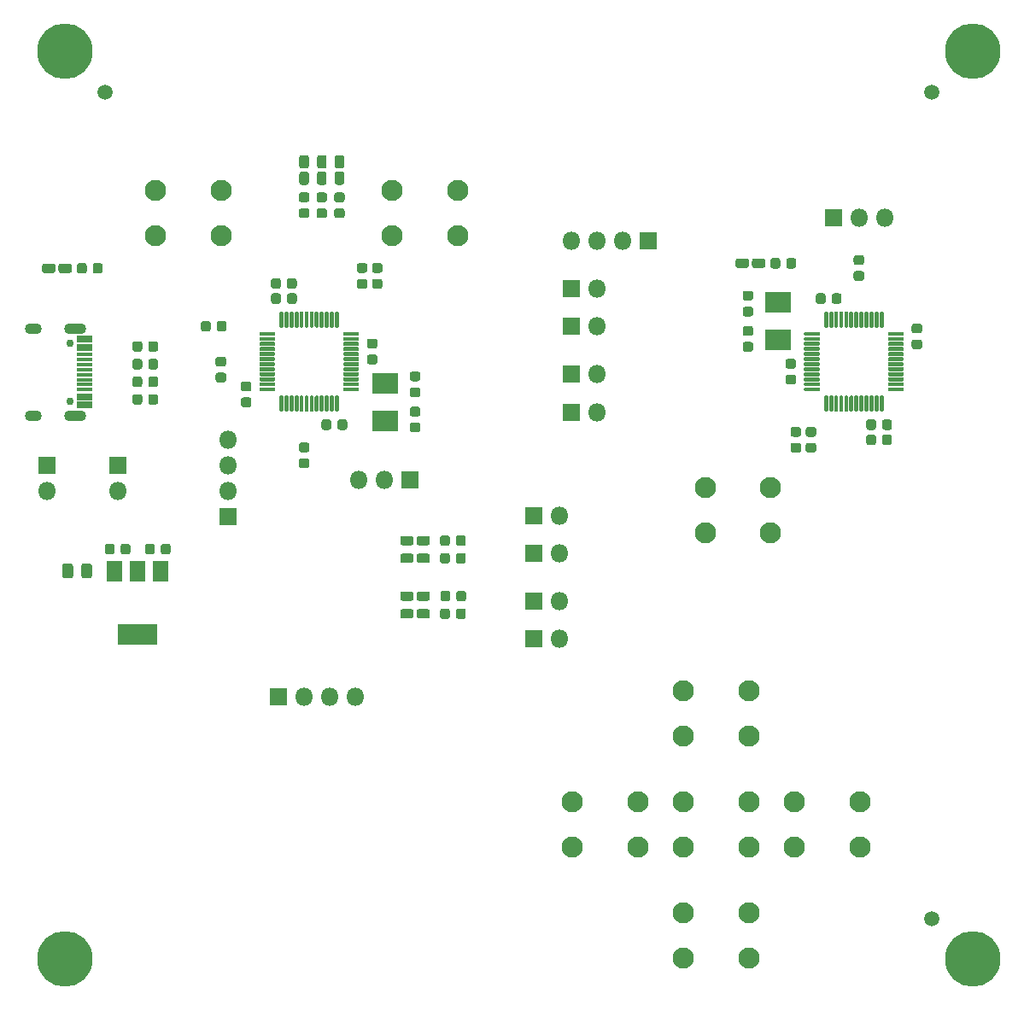
<source format=gbr>
%TF.GenerationSoftware,KiCad,Pcbnew,(5.1.6)-1*%
%TF.CreationDate,2020-09-28T21:59:18+02:00*%
%TF.ProjectId,BMP-Arduino,424d502d-4172-4647-9569-6e6f2e6b6963,0.1*%
%TF.SameCoordinates,Original*%
%TF.FileFunction,Soldermask,Top*%
%TF.FilePolarity,Negative*%
%FSLAX46Y46*%
G04 Gerber Fmt 4.6, Leading zero omitted, Abs format (unit mm)*
G04 Created by KiCad (PCBNEW (5.1.6)-1) date 2020-09-28 21:59:18*
%MOMM*%
%LPD*%
G01*
G04 APERTURE LIST*
%ADD10O,1.800000X1.800000*%
%ADD11R,1.800000X1.800000*%
%ADD12C,2.100000*%
%ADD13R,2.500000X2.100000*%
%ADD14R,1.550000X0.700000*%
%ADD15R,1.550000X0.400000*%
%ADD16O,2.200000X1.100000*%
%ADD17C,0.750000*%
%ADD18O,1.700000X1.100000*%
%ADD19C,1.500000*%
%ADD20R,1.600000X2.100000*%
%ADD21R,3.900000X2.100000*%
%ADD22C,0.900000*%
%ADD23C,5.500000*%
G04 APERTURE END LIST*
D10*
%TO.C,JP2*%
X143875000Y-108485000D03*
D11*
X141335000Y-108485000D03*
%TD*%
D10*
%TO.C,JP5*%
X143875000Y-96235000D03*
D11*
X141335000Y-96235000D03*
%TD*%
D10*
%TO.C,JP4*%
X143875000Y-99985000D03*
D11*
X141335000Y-99985000D03*
%TD*%
D10*
%TO.C,JP3*%
X143875000Y-104735000D03*
D11*
X141335000Y-104735000D03*
%TD*%
%TO.C,R9*%
G36*
G01*
X133635000Y-99016250D02*
X133635000Y-98453750D01*
G75*
G02*
X133878750Y-98210000I243750J0D01*
G01*
X134366250Y-98210000D01*
G75*
G02*
X134610000Y-98453750I0J-243750D01*
G01*
X134610000Y-99016250D01*
G75*
G02*
X134366250Y-99260000I-243750J0D01*
G01*
X133878750Y-99260000D01*
G75*
G02*
X133635000Y-99016250I0J243750D01*
G01*
G37*
G36*
G01*
X132060000Y-99016250D02*
X132060000Y-98453750D01*
G75*
G02*
X132303750Y-98210000I243750J0D01*
G01*
X132791250Y-98210000D01*
G75*
G02*
X133035000Y-98453750I0J-243750D01*
G01*
X133035000Y-99016250D01*
G75*
G02*
X132791250Y-99260000I-243750J0D01*
G01*
X132303750Y-99260000D01*
G75*
G02*
X132060000Y-99016250I0J243750D01*
G01*
G37*
%TD*%
%TO.C,R8*%
G36*
G01*
X133635000Y-100766250D02*
X133635000Y-100203750D01*
G75*
G02*
X133878750Y-99960000I243750J0D01*
G01*
X134366250Y-99960000D01*
G75*
G02*
X134610000Y-100203750I0J-243750D01*
G01*
X134610000Y-100766250D01*
G75*
G02*
X134366250Y-101010000I-243750J0D01*
G01*
X133878750Y-101010000D01*
G75*
G02*
X133635000Y-100766250I0J243750D01*
G01*
G37*
G36*
G01*
X132060000Y-100766250D02*
X132060000Y-100203750D01*
G75*
G02*
X132303750Y-99960000I243750J0D01*
G01*
X132791250Y-99960000D01*
G75*
G02*
X133035000Y-100203750I0J-243750D01*
G01*
X133035000Y-100766250D01*
G75*
G02*
X132791250Y-101010000I-243750J0D01*
G01*
X132303750Y-101010000D01*
G75*
G02*
X132060000Y-100766250I0J243750D01*
G01*
G37*
%TD*%
%TO.C,R7*%
G36*
G01*
X133672500Y-104516250D02*
X133672500Y-103953750D01*
G75*
G02*
X133916250Y-103710000I243750J0D01*
G01*
X134403750Y-103710000D01*
G75*
G02*
X134647500Y-103953750I0J-243750D01*
G01*
X134647500Y-104516250D01*
G75*
G02*
X134403750Y-104760000I-243750J0D01*
G01*
X133916250Y-104760000D01*
G75*
G02*
X133672500Y-104516250I0J243750D01*
G01*
G37*
G36*
G01*
X132097500Y-104516250D02*
X132097500Y-103953750D01*
G75*
G02*
X132341250Y-103710000I243750J0D01*
G01*
X132828750Y-103710000D01*
G75*
G02*
X133072500Y-103953750I0J-243750D01*
G01*
X133072500Y-104516250D01*
G75*
G02*
X132828750Y-104760000I-243750J0D01*
G01*
X132341250Y-104760000D01*
G75*
G02*
X132097500Y-104516250I0J243750D01*
G01*
G37*
%TD*%
%TO.C,R6*%
G36*
G01*
X133635000Y-106266250D02*
X133635000Y-105703750D01*
G75*
G02*
X133878750Y-105460000I243750J0D01*
G01*
X134366250Y-105460000D01*
G75*
G02*
X134610000Y-105703750I0J-243750D01*
G01*
X134610000Y-106266250D01*
G75*
G02*
X134366250Y-106510000I-243750J0D01*
G01*
X133878750Y-106510000D01*
G75*
G02*
X133635000Y-106266250I0J243750D01*
G01*
G37*
G36*
G01*
X132060000Y-106266250D02*
X132060000Y-105703750D01*
G75*
G02*
X132303750Y-105460000I243750J0D01*
G01*
X132791250Y-105460000D01*
G75*
G02*
X133035000Y-105703750I0J-243750D01*
G01*
X133035000Y-106266250D01*
G75*
G02*
X132791250Y-106510000I-243750J0D01*
G01*
X132303750Y-106510000D01*
G75*
G02*
X132060000Y-106266250I0J243750D01*
G01*
G37*
%TD*%
%TO.C,D5*%
G36*
G01*
X129735000Y-98972500D02*
X129735000Y-98497500D01*
G75*
G02*
X129972500Y-98260000I237500J0D01*
G01*
X130822500Y-98260000D01*
G75*
G02*
X131060000Y-98497500I0J-237500D01*
G01*
X131060000Y-98972500D01*
G75*
G02*
X130822500Y-99210000I-237500J0D01*
G01*
X129972500Y-99210000D01*
G75*
G02*
X129735000Y-98972500I0J237500D01*
G01*
G37*
G36*
G01*
X128110000Y-98972500D02*
X128110000Y-98497500D01*
G75*
G02*
X128347500Y-98260000I237500J0D01*
G01*
X129197500Y-98260000D01*
G75*
G02*
X129435000Y-98497500I0J-237500D01*
G01*
X129435000Y-98972500D01*
G75*
G02*
X129197500Y-99210000I-237500J0D01*
G01*
X128347500Y-99210000D01*
G75*
G02*
X128110000Y-98972500I0J237500D01*
G01*
G37*
%TD*%
%TO.C,D4*%
G36*
G01*
X129735000Y-100722500D02*
X129735000Y-100247500D01*
G75*
G02*
X129972500Y-100010000I237500J0D01*
G01*
X130822500Y-100010000D01*
G75*
G02*
X131060000Y-100247500I0J-237500D01*
G01*
X131060000Y-100722500D01*
G75*
G02*
X130822500Y-100960000I-237500J0D01*
G01*
X129972500Y-100960000D01*
G75*
G02*
X129735000Y-100722500I0J237500D01*
G01*
G37*
G36*
G01*
X128110000Y-100722500D02*
X128110000Y-100247500D01*
G75*
G02*
X128347500Y-100010000I237500J0D01*
G01*
X129197500Y-100010000D01*
G75*
G02*
X129435000Y-100247500I0J-237500D01*
G01*
X129435000Y-100722500D01*
G75*
G02*
X129197500Y-100960000I-237500J0D01*
G01*
X128347500Y-100960000D01*
G75*
G02*
X128110000Y-100722500I0J237500D01*
G01*
G37*
%TD*%
%TO.C,D3*%
G36*
G01*
X129735000Y-104472500D02*
X129735000Y-103997500D01*
G75*
G02*
X129972500Y-103760000I237500J0D01*
G01*
X130822500Y-103760000D01*
G75*
G02*
X131060000Y-103997500I0J-237500D01*
G01*
X131060000Y-104472500D01*
G75*
G02*
X130822500Y-104710000I-237500J0D01*
G01*
X129972500Y-104710000D01*
G75*
G02*
X129735000Y-104472500I0J237500D01*
G01*
G37*
G36*
G01*
X128110000Y-104472500D02*
X128110000Y-103997500D01*
G75*
G02*
X128347500Y-103760000I237500J0D01*
G01*
X129197500Y-103760000D01*
G75*
G02*
X129435000Y-103997500I0J-237500D01*
G01*
X129435000Y-104472500D01*
G75*
G02*
X129197500Y-104710000I-237500J0D01*
G01*
X128347500Y-104710000D01*
G75*
G02*
X128110000Y-104472500I0J237500D01*
G01*
G37*
%TD*%
%TO.C,D2*%
G36*
G01*
X129735000Y-106222500D02*
X129735000Y-105747500D01*
G75*
G02*
X129972500Y-105510000I237500J0D01*
G01*
X130822500Y-105510000D01*
G75*
G02*
X131060000Y-105747500I0J-237500D01*
G01*
X131060000Y-106222500D01*
G75*
G02*
X130822500Y-106460000I-237500J0D01*
G01*
X129972500Y-106460000D01*
G75*
G02*
X129735000Y-106222500I0J237500D01*
G01*
G37*
G36*
G01*
X128110000Y-106222500D02*
X128110000Y-105747500D01*
G75*
G02*
X128347500Y-105510000I237500J0D01*
G01*
X129197500Y-105510000D01*
G75*
G02*
X129435000Y-105747500I0J-237500D01*
G01*
X129435000Y-106222500D01*
G75*
G02*
X129197500Y-106460000I-237500J0D01*
G01*
X128347500Y-106460000D01*
G75*
G02*
X128110000Y-106222500I0J237500D01*
G01*
G37*
%TD*%
%TO.C,U2*%
G36*
G01*
X122035000Y-84460000D02*
X122035000Y-85835000D01*
G75*
G02*
X121935000Y-85935000I-100000J0D01*
G01*
X121735000Y-85935000D01*
G75*
G02*
X121635000Y-85835000I0J100000D01*
G01*
X121635000Y-84460000D01*
G75*
G02*
X121735000Y-84360000I100000J0D01*
G01*
X121935000Y-84360000D01*
G75*
G02*
X122035000Y-84460000I0J-100000D01*
G01*
G37*
G36*
G01*
X121535000Y-84460000D02*
X121535000Y-85835000D01*
G75*
G02*
X121435000Y-85935000I-100000J0D01*
G01*
X121235000Y-85935000D01*
G75*
G02*
X121135000Y-85835000I0J100000D01*
G01*
X121135000Y-84460000D01*
G75*
G02*
X121235000Y-84360000I100000J0D01*
G01*
X121435000Y-84360000D01*
G75*
G02*
X121535000Y-84460000I0J-100000D01*
G01*
G37*
G36*
G01*
X121035000Y-84460000D02*
X121035000Y-85835000D01*
G75*
G02*
X120935000Y-85935000I-100000J0D01*
G01*
X120735000Y-85935000D01*
G75*
G02*
X120635000Y-85835000I0J100000D01*
G01*
X120635000Y-84460000D01*
G75*
G02*
X120735000Y-84360000I100000J0D01*
G01*
X120935000Y-84360000D01*
G75*
G02*
X121035000Y-84460000I0J-100000D01*
G01*
G37*
G36*
G01*
X120535000Y-84460000D02*
X120535000Y-85835000D01*
G75*
G02*
X120435000Y-85935000I-100000J0D01*
G01*
X120235000Y-85935000D01*
G75*
G02*
X120135000Y-85835000I0J100000D01*
G01*
X120135000Y-84460000D01*
G75*
G02*
X120235000Y-84360000I100000J0D01*
G01*
X120435000Y-84360000D01*
G75*
G02*
X120535000Y-84460000I0J-100000D01*
G01*
G37*
G36*
G01*
X120035000Y-84460000D02*
X120035000Y-85835000D01*
G75*
G02*
X119935000Y-85935000I-100000J0D01*
G01*
X119735000Y-85935000D01*
G75*
G02*
X119635000Y-85835000I0J100000D01*
G01*
X119635000Y-84460000D01*
G75*
G02*
X119735000Y-84360000I100000J0D01*
G01*
X119935000Y-84360000D01*
G75*
G02*
X120035000Y-84460000I0J-100000D01*
G01*
G37*
G36*
G01*
X119535000Y-84460000D02*
X119535000Y-85835000D01*
G75*
G02*
X119435000Y-85935000I-100000J0D01*
G01*
X119235000Y-85935000D01*
G75*
G02*
X119135000Y-85835000I0J100000D01*
G01*
X119135000Y-84460000D01*
G75*
G02*
X119235000Y-84360000I100000J0D01*
G01*
X119435000Y-84360000D01*
G75*
G02*
X119535000Y-84460000I0J-100000D01*
G01*
G37*
G36*
G01*
X119035000Y-84460000D02*
X119035000Y-85835000D01*
G75*
G02*
X118935000Y-85935000I-100000J0D01*
G01*
X118735000Y-85935000D01*
G75*
G02*
X118635000Y-85835000I0J100000D01*
G01*
X118635000Y-84460000D01*
G75*
G02*
X118735000Y-84360000I100000J0D01*
G01*
X118935000Y-84360000D01*
G75*
G02*
X119035000Y-84460000I0J-100000D01*
G01*
G37*
G36*
G01*
X118535000Y-84460000D02*
X118535000Y-85835000D01*
G75*
G02*
X118435000Y-85935000I-100000J0D01*
G01*
X118235000Y-85935000D01*
G75*
G02*
X118135000Y-85835000I0J100000D01*
G01*
X118135000Y-84460000D01*
G75*
G02*
X118235000Y-84360000I100000J0D01*
G01*
X118435000Y-84360000D01*
G75*
G02*
X118535000Y-84460000I0J-100000D01*
G01*
G37*
G36*
G01*
X118035000Y-84460000D02*
X118035000Y-85835000D01*
G75*
G02*
X117935000Y-85935000I-100000J0D01*
G01*
X117735000Y-85935000D01*
G75*
G02*
X117635000Y-85835000I0J100000D01*
G01*
X117635000Y-84460000D01*
G75*
G02*
X117735000Y-84360000I100000J0D01*
G01*
X117935000Y-84360000D01*
G75*
G02*
X118035000Y-84460000I0J-100000D01*
G01*
G37*
G36*
G01*
X117535000Y-84460000D02*
X117535000Y-85835000D01*
G75*
G02*
X117435000Y-85935000I-100000J0D01*
G01*
X117235000Y-85935000D01*
G75*
G02*
X117135000Y-85835000I0J100000D01*
G01*
X117135000Y-84460000D01*
G75*
G02*
X117235000Y-84360000I100000J0D01*
G01*
X117435000Y-84360000D01*
G75*
G02*
X117535000Y-84460000I0J-100000D01*
G01*
G37*
G36*
G01*
X117035000Y-84460000D02*
X117035000Y-85835000D01*
G75*
G02*
X116935000Y-85935000I-100000J0D01*
G01*
X116735000Y-85935000D01*
G75*
G02*
X116635000Y-85835000I0J100000D01*
G01*
X116635000Y-84460000D01*
G75*
G02*
X116735000Y-84360000I100000J0D01*
G01*
X116935000Y-84360000D01*
G75*
G02*
X117035000Y-84460000I0J-100000D01*
G01*
G37*
G36*
G01*
X116535000Y-84460000D02*
X116535000Y-85835000D01*
G75*
G02*
X116435000Y-85935000I-100000J0D01*
G01*
X116235000Y-85935000D01*
G75*
G02*
X116135000Y-85835000I0J100000D01*
G01*
X116135000Y-84460000D01*
G75*
G02*
X116235000Y-84360000I100000J0D01*
G01*
X116435000Y-84360000D01*
G75*
G02*
X116535000Y-84460000I0J-100000D01*
G01*
G37*
G36*
G01*
X115710000Y-83635000D02*
X115710000Y-83835000D01*
G75*
G02*
X115610000Y-83935000I-100000J0D01*
G01*
X114235000Y-83935000D01*
G75*
G02*
X114135000Y-83835000I0J100000D01*
G01*
X114135000Y-83635000D01*
G75*
G02*
X114235000Y-83535000I100000J0D01*
G01*
X115610000Y-83535000D01*
G75*
G02*
X115710000Y-83635000I0J-100000D01*
G01*
G37*
G36*
G01*
X115710000Y-83135000D02*
X115710000Y-83335000D01*
G75*
G02*
X115610000Y-83435000I-100000J0D01*
G01*
X114235000Y-83435000D01*
G75*
G02*
X114135000Y-83335000I0J100000D01*
G01*
X114135000Y-83135000D01*
G75*
G02*
X114235000Y-83035000I100000J0D01*
G01*
X115610000Y-83035000D01*
G75*
G02*
X115710000Y-83135000I0J-100000D01*
G01*
G37*
G36*
G01*
X115710000Y-82635000D02*
X115710000Y-82835000D01*
G75*
G02*
X115610000Y-82935000I-100000J0D01*
G01*
X114235000Y-82935000D01*
G75*
G02*
X114135000Y-82835000I0J100000D01*
G01*
X114135000Y-82635000D01*
G75*
G02*
X114235000Y-82535000I100000J0D01*
G01*
X115610000Y-82535000D01*
G75*
G02*
X115710000Y-82635000I0J-100000D01*
G01*
G37*
G36*
G01*
X115710000Y-82135000D02*
X115710000Y-82335000D01*
G75*
G02*
X115610000Y-82435000I-100000J0D01*
G01*
X114235000Y-82435000D01*
G75*
G02*
X114135000Y-82335000I0J100000D01*
G01*
X114135000Y-82135000D01*
G75*
G02*
X114235000Y-82035000I100000J0D01*
G01*
X115610000Y-82035000D01*
G75*
G02*
X115710000Y-82135000I0J-100000D01*
G01*
G37*
G36*
G01*
X115710000Y-81635000D02*
X115710000Y-81835000D01*
G75*
G02*
X115610000Y-81935000I-100000J0D01*
G01*
X114235000Y-81935000D01*
G75*
G02*
X114135000Y-81835000I0J100000D01*
G01*
X114135000Y-81635000D01*
G75*
G02*
X114235000Y-81535000I100000J0D01*
G01*
X115610000Y-81535000D01*
G75*
G02*
X115710000Y-81635000I0J-100000D01*
G01*
G37*
G36*
G01*
X115710000Y-81135000D02*
X115710000Y-81335000D01*
G75*
G02*
X115610000Y-81435000I-100000J0D01*
G01*
X114235000Y-81435000D01*
G75*
G02*
X114135000Y-81335000I0J100000D01*
G01*
X114135000Y-81135000D01*
G75*
G02*
X114235000Y-81035000I100000J0D01*
G01*
X115610000Y-81035000D01*
G75*
G02*
X115710000Y-81135000I0J-100000D01*
G01*
G37*
G36*
G01*
X115710000Y-80635000D02*
X115710000Y-80835000D01*
G75*
G02*
X115610000Y-80935000I-100000J0D01*
G01*
X114235000Y-80935000D01*
G75*
G02*
X114135000Y-80835000I0J100000D01*
G01*
X114135000Y-80635000D01*
G75*
G02*
X114235000Y-80535000I100000J0D01*
G01*
X115610000Y-80535000D01*
G75*
G02*
X115710000Y-80635000I0J-100000D01*
G01*
G37*
G36*
G01*
X115710000Y-80135000D02*
X115710000Y-80335000D01*
G75*
G02*
X115610000Y-80435000I-100000J0D01*
G01*
X114235000Y-80435000D01*
G75*
G02*
X114135000Y-80335000I0J100000D01*
G01*
X114135000Y-80135000D01*
G75*
G02*
X114235000Y-80035000I100000J0D01*
G01*
X115610000Y-80035000D01*
G75*
G02*
X115710000Y-80135000I0J-100000D01*
G01*
G37*
G36*
G01*
X115710000Y-79635000D02*
X115710000Y-79835000D01*
G75*
G02*
X115610000Y-79935000I-100000J0D01*
G01*
X114235000Y-79935000D01*
G75*
G02*
X114135000Y-79835000I0J100000D01*
G01*
X114135000Y-79635000D01*
G75*
G02*
X114235000Y-79535000I100000J0D01*
G01*
X115610000Y-79535000D01*
G75*
G02*
X115710000Y-79635000I0J-100000D01*
G01*
G37*
G36*
G01*
X115710000Y-79135000D02*
X115710000Y-79335000D01*
G75*
G02*
X115610000Y-79435000I-100000J0D01*
G01*
X114235000Y-79435000D01*
G75*
G02*
X114135000Y-79335000I0J100000D01*
G01*
X114135000Y-79135000D01*
G75*
G02*
X114235000Y-79035000I100000J0D01*
G01*
X115610000Y-79035000D01*
G75*
G02*
X115710000Y-79135000I0J-100000D01*
G01*
G37*
G36*
G01*
X115710000Y-78635000D02*
X115710000Y-78835000D01*
G75*
G02*
X115610000Y-78935000I-100000J0D01*
G01*
X114235000Y-78935000D01*
G75*
G02*
X114135000Y-78835000I0J100000D01*
G01*
X114135000Y-78635000D01*
G75*
G02*
X114235000Y-78535000I100000J0D01*
G01*
X115610000Y-78535000D01*
G75*
G02*
X115710000Y-78635000I0J-100000D01*
G01*
G37*
G36*
G01*
X115710000Y-78135000D02*
X115710000Y-78335000D01*
G75*
G02*
X115610000Y-78435000I-100000J0D01*
G01*
X114235000Y-78435000D01*
G75*
G02*
X114135000Y-78335000I0J100000D01*
G01*
X114135000Y-78135000D01*
G75*
G02*
X114235000Y-78035000I100000J0D01*
G01*
X115610000Y-78035000D01*
G75*
G02*
X115710000Y-78135000I0J-100000D01*
G01*
G37*
G36*
G01*
X116535000Y-76135000D02*
X116535000Y-77510000D01*
G75*
G02*
X116435000Y-77610000I-100000J0D01*
G01*
X116235000Y-77610000D01*
G75*
G02*
X116135000Y-77510000I0J100000D01*
G01*
X116135000Y-76135000D01*
G75*
G02*
X116235000Y-76035000I100000J0D01*
G01*
X116435000Y-76035000D01*
G75*
G02*
X116535000Y-76135000I0J-100000D01*
G01*
G37*
G36*
G01*
X117035000Y-76135000D02*
X117035000Y-77510000D01*
G75*
G02*
X116935000Y-77610000I-100000J0D01*
G01*
X116735000Y-77610000D01*
G75*
G02*
X116635000Y-77510000I0J100000D01*
G01*
X116635000Y-76135000D01*
G75*
G02*
X116735000Y-76035000I100000J0D01*
G01*
X116935000Y-76035000D01*
G75*
G02*
X117035000Y-76135000I0J-100000D01*
G01*
G37*
G36*
G01*
X117535000Y-76135000D02*
X117535000Y-77510000D01*
G75*
G02*
X117435000Y-77610000I-100000J0D01*
G01*
X117235000Y-77610000D01*
G75*
G02*
X117135000Y-77510000I0J100000D01*
G01*
X117135000Y-76135000D01*
G75*
G02*
X117235000Y-76035000I100000J0D01*
G01*
X117435000Y-76035000D01*
G75*
G02*
X117535000Y-76135000I0J-100000D01*
G01*
G37*
G36*
G01*
X118035000Y-76135000D02*
X118035000Y-77510000D01*
G75*
G02*
X117935000Y-77610000I-100000J0D01*
G01*
X117735000Y-77610000D01*
G75*
G02*
X117635000Y-77510000I0J100000D01*
G01*
X117635000Y-76135000D01*
G75*
G02*
X117735000Y-76035000I100000J0D01*
G01*
X117935000Y-76035000D01*
G75*
G02*
X118035000Y-76135000I0J-100000D01*
G01*
G37*
G36*
G01*
X118535000Y-76135000D02*
X118535000Y-77510000D01*
G75*
G02*
X118435000Y-77610000I-100000J0D01*
G01*
X118235000Y-77610000D01*
G75*
G02*
X118135000Y-77510000I0J100000D01*
G01*
X118135000Y-76135000D01*
G75*
G02*
X118235000Y-76035000I100000J0D01*
G01*
X118435000Y-76035000D01*
G75*
G02*
X118535000Y-76135000I0J-100000D01*
G01*
G37*
G36*
G01*
X119035000Y-76135000D02*
X119035000Y-77510000D01*
G75*
G02*
X118935000Y-77610000I-100000J0D01*
G01*
X118735000Y-77610000D01*
G75*
G02*
X118635000Y-77510000I0J100000D01*
G01*
X118635000Y-76135000D01*
G75*
G02*
X118735000Y-76035000I100000J0D01*
G01*
X118935000Y-76035000D01*
G75*
G02*
X119035000Y-76135000I0J-100000D01*
G01*
G37*
G36*
G01*
X119535000Y-76135000D02*
X119535000Y-77510000D01*
G75*
G02*
X119435000Y-77610000I-100000J0D01*
G01*
X119235000Y-77610000D01*
G75*
G02*
X119135000Y-77510000I0J100000D01*
G01*
X119135000Y-76135000D01*
G75*
G02*
X119235000Y-76035000I100000J0D01*
G01*
X119435000Y-76035000D01*
G75*
G02*
X119535000Y-76135000I0J-100000D01*
G01*
G37*
G36*
G01*
X120035000Y-76135000D02*
X120035000Y-77510000D01*
G75*
G02*
X119935000Y-77610000I-100000J0D01*
G01*
X119735000Y-77610000D01*
G75*
G02*
X119635000Y-77510000I0J100000D01*
G01*
X119635000Y-76135000D01*
G75*
G02*
X119735000Y-76035000I100000J0D01*
G01*
X119935000Y-76035000D01*
G75*
G02*
X120035000Y-76135000I0J-100000D01*
G01*
G37*
G36*
G01*
X120535000Y-76135000D02*
X120535000Y-77510000D01*
G75*
G02*
X120435000Y-77610000I-100000J0D01*
G01*
X120235000Y-77610000D01*
G75*
G02*
X120135000Y-77510000I0J100000D01*
G01*
X120135000Y-76135000D01*
G75*
G02*
X120235000Y-76035000I100000J0D01*
G01*
X120435000Y-76035000D01*
G75*
G02*
X120535000Y-76135000I0J-100000D01*
G01*
G37*
G36*
G01*
X121035000Y-76135000D02*
X121035000Y-77510000D01*
G75*
G02*
X120935000Y-77610000I-100000J0D01*
G01*
X120735000Y-77610000D01*
G75*
G02*
X120635000Y-77510000I0J100000D01*
G01*
X120635000Y-76135000D01*
G75*
G02*
X120735000Y-76035000I100000J0D01*
G01*
X120935000Y-76035000D01*
G75*
G02*
X121035000Y-76135000I0J-100000D01*
G01*
G37*
G36*
G01*
X121535000Y-76135000D02*
X121535000Y-77510000D01*
G75*
G02*
X121435000Y-77610000I-100000J0D01*
G01*
X121235000Y-77610000D01*
G75*
G02*
X121135000Y-77510000I0J100000D01*
G01*
X121135000Y-76135000D01*
G75*
G02*
X121235000Y-76035000I100000J0D01*
G01*
X121435000Y-76035000D01*
G75*
G02*
X121535000Y-76135000I0J-100000D01*
G01*
G37*
G36*
G01*
X122035000Y-76135000D02*
X122035000Y-77510000D01*
G75*
G02*
X121935000Y-77610000I-100000J0D01*
G01*
X121735000Y-77610000D01*
G75*
G02*
X121635000Y-77510000I0J100000D01*
G01*
X121635000Y-76135000D01*
G75*
G02*
X121735000Y-76035000I100000J0D01*
G01*
X121935000Y-76035000D01*
G75*
G02*
X122035000Y-76135000I0J-100000D01*
G01*
G37*
G36*
G01*
X124035000Y-78135000D02*
X124035000Y-78335000D01*
G75*
G02*
X123935000Y-78435000I-100000J0D01*
G01*
X122560000Y-78435000D01*
G75*
G02*
X122460000Y-78335000I0J100000D01*
G01*
X122460000Y-78135000D01*
G75*
G02*
X122560000Y-78035000I100000J0D01*
G01*
X123935000Y-78035000D01*
G75*
G02*
X124035000Y-78135000I0J-100000D01*
G01*
G37*
G36*
G01*
X124035000Y-78635000D02*
X124035000Y-78835000D01*
G75*
G02*
X123935000Y-78935000I-100000J0D01*
G01*
X122560000Y-78935000D01*
G75*
G02*
X122460000Y-78835000I0J100000D01*
G01*
X122460000Y-78635000D01*
G75*
G02*
X122560000Y-78535000I100000J0D01*
G01*
X123935000Y-78535000D01*
G75*
G02*
X124035000Y-78635000I0J-100000D01*
G01*
G37*
G36*
G01*
X124035000Y-79135000D02*
X124035000Y-79335000D01*
G75*
G02*
X123935000Y-79435000I-100000J0D01*
G01*
X122560000Y-79435000D01*
G75*
G02*
X122460000Y-79335000I0J100000D01*
G01*
X122460000Y-79135000D01*
G75*
G02*
X122560000Y-79035000I100000J0D01*
G01*
X123935000Y-79035000D01*
G75*
G02*
X124035000Y-79135000I0J-100000D01*
G01*
G37*
G36*
G01*
X124035000Y-79635000D02*
X124035000Y-79835000D01*
G75*
G02*
X123935000Y-79935000I-100000J0D01*
G01*
X122560000Y-79935000D01*
G75*
G02*
X122460000Y-79835000I0J100000D01*
G01*
X122460000Y-79635000D01*
G75*
G02*
X122560000Y-79535000I100000J0D01*
G01*
X123935000Y-79535000D01*
G75*
G02*
X124035000Y-79635000I0J-100000D01*
G01*
G37*
G36*
G01*
X124035000Y-80135000D02*
X124035000Y-80335000D01*
G75*
G02*
X123935000Y-80435000I-100000J0D01*
G01*
X122560000Y-80435000D01*
G75*
G02*
X122460000Y-80335000I0J100000D01*
G01*
X122460000Y-80135000D01*
G75*
G02*
X122560000Y-80035000I100000J0D01*
G01*
X123935000Y-80035000D01*
G75*
G02*
X124035000Y-80135000I0J-100000D01*
G01*
G37*
G36*
G01*
X124035000Y-80635000D02*
X124035000Y-80835000D01*
G75*
G02*
X123935000Y-80935000I-100000J0D01*
G01*
X122560000Y-80935000D01*
G75*
G02*
X122460000Y-80835000I0J100000D01*
G01*
X122460000Y-80635000D01*
G75*
G02*
X122560000Y-80535000I100000J0D01*
G01*
X123935000Y-80535000D01*
G75*
G02*
X124035000Y-80635000I0J-100000D01*
G01*
G37*
G36*
G01*
X124035000Y-81135000D02*
X124035000Y-81335000D01*
G75*
G02*
X123935000Y-81435000I-100000J0D01*
G01*
X122560000Y-81435000D01*
G75*
G02*
X122460000Y-81335000I0J100000D01*
G01*
X122460000Y-81135000D01*
G75*
G02*
X122560000Y-81035000I100000J0D01*
G01*
X123935000Y-81035000D01*
G75*
G02*
X124035000Y-81135000I0J-100000D01*
G01*
G37*
G36*
G01*
X124035000Y-81635000D02*
X124035000Y-81835000D01*
G75*
G02*
X123935000Y-81935000I-100000J0D01*
G01*
X122560000Y-81935000D01*
G75*
G02*
X122460000Y-81835000I0J100000D01*
G01*
X122460000Y-81635000D01*
G75*
G02*
X122560000Y-81535000I100000J0D01*
G01*
X123935000Y-81535000D01*
G75*
G02*
X124035000Y-81635000I0J-100000D01*
G01*
G37*
G36*
G01*
X124035000Y-82135000D02*
X124035000Y-82335000D01*
G75*
G02*
X123935000Y-82435000I-100000J0D01*
G01*
X122560000Y-82435000D01*
G75*
G02*
X122460000Y-82335000I0J100000D01*
G01*
X122460000Y-82135000D01*
G75*
G02*
X122560000Y-82035000I100000J0D01*
G01*
X123935000Y-82035000D01*
G75*
G02*
X124035000Y-82135000I0J-100000D01*
G01*
G37*
G36*
G01*
X124035000Y-82635000D02*
X124035000Y-82835000D01*
G75*
G02*
X123935000Y-82935000I-100000J0D01*
G01*
X122560000Y-82935000D01*
G75*
G02*
X122460000Y-82835000I0J100000D01*
G01*
X122460000Y-82635000D01*
G75*
G02*
X122560000Y-82535000I100000J0D01*
G01*
X123935000Y-82535000D01*
G75*
G02*
X124035000Y-82635000I0J-100000D01*
G01*
G37*
G36*
G01*
X124035000Y-83135000D02*
X124035000Y-83335000D01*
G75*
G02*
X123935000Y-83435000I-100000J0D01*
G01*
X122560000Y-83435000D01*
G75*
G02*
X122460000Y-83335000I0J100000D01*
G01*
X122460000Y-83135000D01*
G75*
G02*
X122560000Y-83035000I100000J0D01*
G01*
X123935000Y-83035000D01*
G75*
G02*
X124035000Y-83135000I0J-100000D01*
G01*
G37*
G36*
G01*
X124035000Y-83635000D02*
X124035000Y-83835000D01*
G75*
G02*
X123935000Y-83935000I-100000J0D01*
G01*
X122560000Y-83935000D01*
G75*
G02*
X122460000Y-83835000I0J100000D01*
G01*
X122460000Y-83635000D01*
G75*
G02*
X122560000Y-83535000I100000J0D01*
G01*
X123935000Y-83535000D01*
G75*
G02*
X124035000Y-83635000I0J-100000D01*
G01*
G37*
%TD*%
%TO.C,R13*%
G36*
G01*
X124053750Y-72785000D02*
X124616250Y-72785000D01*
G75*
G02*
X124860000Y-73028750I0J-243750D01*
G01*
X124860000Y-73516250D01*
G75*
G02*
X124616250Y-73760000I-243750J0D01*
G01*
X124053750Y-73760000D01*
G75*
G02*
X123810000Y-73516250I0J243750D01*
G01*
X123810000Y-73028750D01*
G75*
G02*
X124053750Y-72785000I243750J0D01*
G01*
G37*
G36*
G01*
X124053750Y-71210000D02*
X124616250Y-71210000D01*
G75*
G02*
X124860000Y-71453750I0J-243750D01*
G01*
X124860000Y-71941250D01*
G75*
G02*
X124616250Y-72185000I-243750J0D01*
G01*
X124053750Y-72185000D01*
G75*
G02*
X123810000Y-71941250I0J243750D01*
G01*
X123810000Y-71453750D01*
G75*
G02*
X124053750Y-71210000I243750J0D01*
G01*
G37*
%TD*%
%TO.C,JP11*%
X129085000Y-92735000D03*
D10*
X126545000Y-92735000D03*
X124005000Y-92735000D03*
%TD*%
%TO.C,C10*%
G36*
G01*
X115310000Y-73516250D02*
X115310000Y-72953750D01*
G75*
G02*
X115553750Y-72710000I243750J0D01*
G01*
X116041250Y-72710000D01*
G75*
G02*
X116285000Y-72953750I0J-243750D01*
G01*
X116285000Y-73516250D01*
G75*
G02*
X116041250Y-73760000I-243750J0D01*
G01*
X115553750Y-73760000D01*
G75*
G02*
X115310000Y-73516250I0J243750D01*
G01*
G37*
G36*
G01*
X116885000Y-73516250D02*
X116885000Y-72953750D01*
G75*
G02*
X117128750Y-72710000I243750J0D01*
G01*
X117616250Y-72710000D01*
G75*
G02*
X117860000Y-72953750I0J-243750D01*
G01*
X117860000Y-73516250D01*
G75*
G02*
X117616250Y-73760000I-243750J0D01*
G01*
X117128750Y-73760000D01*
G75*
G02*
X116885000Y-73516250I0J243750D01*
G01*
G37*
%TD*%
%TO.C,C8*%
G36*
G01*
X122860000Y-86953750D02*
X122860000Y-87516250D01*
G75*
G02*
X122616250Y-87760000I-243750J0D01*
G01*
X122128750Y-87760000D01*
G75*
G02*
X121885000Y-87516250I0J243750D01*
G01*
X121885000Y-86953750D01*
G75*
G02*
X122128750Y-86710000I243750J0D01*
G01*
X122616250Y-86710000D01*
G75*
G02*
X122860000Y-86953750I0J-243750D01*
G01*
G37*
G36*
G01*
X121285000Y-86953750D02*
X121285000Y-87516250D01*
G75*
G02*
X121041250Y-87760000I-243750J0D01*
G01*
X120553750Y-87760000D01*
G75*
G02*
X120310000Y-87516250I0J243750D01*
G01*
X120310000Y-86953750D01*
G75*
G02*
X120553750Y-86710000I243750J0D01*
G01*
X121041250Y-86710000D01*
G75*
G02*
X121285000Y-86953750I0J-243750D01*
G01*
G37*
%TD*%
%TO.C,C9*%
G36*
G01*
X125053750Y-78710000D02*
X125616250Y-78710000D01*
G75*
G02*
X125860000Y-78953750I0J-243750D01*
G01*
X125860000Y-79441250D01*
G75*
G02*
X125616250Y-79685000I-243750J0D01*
G01*
X125053750Y-79685000D01*
G75*
G02*
X124810000Y-79441250I0J243750D01*
G01*
X124810000Y-78953750D01*
G75*
G02*
X125053750Y-78710000I243750J0D01*
G01*
G37*
G36*
G01*
X125053750Y-80285000D02*
X125616250Y-80285000D01*
G75*
G02*
X125860000Y-80528750I0J-243750D01*
G01*
X125860000Y-81016250D01*
G75*
G02*
X125616250Y-81260000I-243750J0D01*
G01*
X125053750Y-81260000D01*
G75*
G02*
X124810000Y-81016250I0J243750D01*
G01*
X124810000Y-80528750D01*
G75*
G02*
X125053750Y-80285000I243750J0D01*
G01*
G37*
%TD*%
%TO.C,C4*%
G36*
G01*
X129866250Y-88010000D02*
X129303750Y-88010000D01*
G75*
G02*
X129060000Y-87766250I0J243750D01*
G01*
X129060000Y-87278750D01*
G75*
G02*
X129303750Y-87035000I243750J0D01*
G01*
X129866250Y-87035000D01*
G75*
G02*
X130110000Y-87278750I0J-243750D01*
G01*
X130110000Y-87766250D01*
G75*
G02*
X129866250Y-88010000I-243750J0D01*
G01*
G37*
G36*
G01*
X129866250Y-86435000D02*
X129303750Y-86435000D01*
G75*
G02*
X129060000Y-86191250I0J243750D01*
G01*
X129060000Y-85703750D01*
G75*
G02*
X129303750Y-85460000I243750J0D01*
G01*
X129866250Y-85460000D01*
G75*
G02*
X130110000Y-85703750I0J-243750D01*
G01*
X130110000Y-86191250D01*
G75*
G02*
X129866250Y-86435000I-243750J0D01*
G01*
G37*
%TD*%
%TO.C,C7*%
G36*
G01*
X115310000Y-75016250D02*
X115310000Y-74453750D01*
G75*
G02*
X115553750Y-74210000I243750J0D01*
G01*
X116041250Y-74210000D01*
G75*
G02*
X116285000Y-74453750I0J-243750D01*
G01*
X116285000Y-75016250D01*
G75*
G02*
X116041250Y-75260000I-243750J0D01*
G01*
X115553750Y-75260000D01*
G75*
G02*
X115310000Y-75016250I0J243750D01*
G01*
G37*
G36*
G01*
X116885000Y-75016250D02*
X116885000Y-74453750D01*
G75*
G02*
X117128750Y-74210000I243750J0D01*
G01*
X117616250Y-74210000D01*
G75*
G02*
X117860000Y-74453750I0J-243750D01*
G01*
X117860000Y-75016250D01*
G75*
G02*
X117616250Y-75260000I-243750J0D01*
G01*
X117128750Y-75260000D01*
G75*
G02*
X116885000Y-75016250I0J243750D01*
G01*
G37*
%TD*%
%TO.C,C5*%
G36*
G01*
X129303750Y-81960000D02*
X129866250Y-81960000D01*
G75*
G02*
X130110000Y-82203750I0J-243750D01*
G01*
X130110000Y-82691250D01*
G75*
G02*
X129866250Y-82935000I-243750J0D01*
G01*
X129303750Y-82935000D01*
G75*
G02*
X129060000Y-82691250I0J243750D01*
G01*
X129060000Y-82203750D01*
G75*
G02*
X129303750Y-81960000I243750J0D01*
G01*
G37*
G36*
G01*
X129303750Y-83535000D02*
X129866250Y-83535000D01*
G75*
G02*
X130110000Y-83778750I0J-243750D01*
G01*
X130110000Y-84266250D01*
G75*
G02*
X129866250Y-84510000I-243750J0D01*
G01*
X129303750Y-84510000D01*
G75*
G02*
X129060000Y-84266250I0J243750D01*
G01*
X129060000Y-83778750D01*
G75*
G02*
X129303750Y-83535000I243750J0D01*
G01*
G37*
%TD*%
%TO.C,C3*%
G36*
G01*
X126116250Y-72185000D02*
X125553750Y-72185000D01*
G75*
G02*
X125310000Y-71941250I0J243750D01*
G01*
X125310000Y-71453750D01*
G75*
G02*
X125553750Y-71210000I243750J0D01*
G01*
X126116250Y-71210000D01*
G75*
G02*
X126360000Y-71453750I0J-243750D01*
G01*
X126360000Y-71941250D01*
G75*
G02*
X126116250Y-72185000I-243750J0D01*
G01*
G37*
G36*
G01*
X126116250Y-73760000D02*
X125553750Y-73760000D01*
G75*
G02*
X125310000Y-73516250I0J243750D01*
G01*
X125310000Y-73028750D01*
G75*
G02*
X125553750Y-72785000I243750J0D01*
G01*
X126116250Y-72785000D01*
G75*
G02*
X126360000Y-73028750I0J-243750D01*
G01*
X126360000Y-73516250D01*
G75*
G02*
X126116250Y-73760000I-243750J0D01*
G01*
G37*
%TD*%
%TO.C,R16*%
G36*
G01*
X118866250Y-91547500D02*
X118303750Y-91547500D01*
G75*
G02*
X118060000Y-91303750I0J243750D01*
G01*
X118060000Y-90816250D01*
G75*
G02*
X118303750Y-90572500I243750J0D01*
G01*
X118866250Y-90572500D01*
G75*
G02*
X119110000Y-90816250I0J-243750D01*
G01*
X119110000Y-91303750D01*
G75*
G02*
X118866250Y-91547500I-243750J0D01*
G01*
G37*
G36*
G01*
X118866250Y-89972500D02*
X118303750Y-89972500D01*
G75*
G02*
X118060000Y-89728750I0J243750D01*
G01*
X118060000Y-89241250D01*
G75*
G02*
X118303750Y-88997500I243750J0D01*
G01*
X118866250Y-88997500D01*
G75*
G02*
X119110000Y-89241250I0J-243750D01*
G01*
X119110000Y-89728750D01*
G75*
G02*
X118866250Y-89972500I-243750J0D01*
G01*
G37*
%TD*%
D12*
%TO.C,SW1*%
X127335000Y-68485000D03*
X127335000Y-63985000D03*
X133835000Y-68485000D03*
X133835000Y-63985000D03*
%TD*%
D13*
%TO.C,Y1*%
X126585000Y-86835000D03*
X126585000Y-83135000D03*
%TD*%
%TO.C,C6*%
G36*
G01*
X113116250Y-85510000D02*
X112553750Y-85510000D01*
G75*
G02*
X112310000Y-85266250I0J243750D01*
G01*
X112310000Y-84778750D01*
G75*
G02*
X112553750Y-84535000I243750J0D01*
G01*
X113116250Y-84535000D01*
G75*
G02*
X113360000Y-84778750I0J-243750D01*
G01*
X113360000Y-85266250D01*
G75*
G02*
X113116250Y-85510000I-243750J0D01*
G01*
G37*
G36*
G01*
X113116250Y-83935000D02*
X112553750Y-83935000D01*
G75*
G02*
X112310000Y-83691250I0J243750D01*
G01*
X112310000Y-83203750D01*
G75*
G02*
X112553750Y-82960000I243750J0D01*
G01*
X113116250Y-82960000D01*
G75*
G02*
X113360000Y-83203750I0J-243750D01*
G01*
X113360000Y-83691250D01*
G75*
G02*
X113116250Y-83935000I-243750J0D01*
G01*
G37*
%TD*%
%TO.C,FB1*%
G36*
G01*
X95685000Y-101253750D02*
X95685000Y-102216250D01*
G75*
G02*
X95416250Y-102485000I-268750J0D01*
G01*
X94878750Y-102485000D01*
G75*
G02*
X94610000Y-102216250I0J268750D01*
G01*
X94610000Y-101253750D01*
G75*
G02*
X94878750Y-100985000I268750J0D01*
G01*
X95416250Y-100985000D01*
G75*
G02*
X95685000Y-101253750I0J-268750D01*
G01*
G37*
G36*
G01*
X97560000Y-101253750D02*
X97560000Y-102216250D01*
G75*
G02*
X97291250Y-102485000I-268750J0D01*
G01*
X96753750Y-102485000D01*
G75*
G02*
X96485000Y-102216250I0J268750D01*
G01*
X96485000Y-101253750D01*
G75*
G02*
X96753750Y-100985000I268750J0D01*
G01*
X97291250Y-100985000D01*
G75*
G02*
X97560000Y-101253750I0J-268750D01*
G01*
G37*
%TD*%
%TO.C,U4*%
G36*
G01*
X168135000Y-78335000D02*
X168135000Y-78135000D01*
G75*
G02*
X168235000Y-78035000I100000J0D01*
G01*
X169610000Y-78035000D01*
G75*
G02*
X169710000Y-78135000I0J-100000D01*
G01*
X169710000Y-78335000D01*
G75*
G02*
X169610000Y-78435000I-100000J0D01*
G01*
X168235000Y-78435000D01*
G75*
G02*
X168135000Y-78335000I0J100000D01*
G01*
G37*
G36*
G01*
X168135000Y-78835000D02*
X168135000Y-78635000D01*
G75*
G02*
X168235000Y-78535000I100000J0D01*
G01*
X169610000Y-78535000D01*
G75*
G02*
X169710000Y-78635000I0J-100000D01*
G01*
X169710000Y-78835000D01*
G75*
G02*
X169610000Y-78935000I-100000J0D01*
G01*
X168235000Y-78935000D01*
G75*
G02*
X168135000Y-78835000I0J100000D01*
G01*
G37*
G36*
G01*
X168135000Y-79335000D02*
X168135000Y-79135000D01*
G75*
G02*
X168235000Y-79035000I100000J0D01*
G01*
X169610000Y-79035000D01*
G75*
G02*
X169710000Y-79135000I0J-100000D01*
G01*
X169710000Y-79335000D01*
G75*
G02*
X169610000Y-79435000I-100000J0D01*
G01*
X168235000Y-79435000D01*
G75*
G02*
X168135000Y-79335000I0J100000D01*
G01*
G37*
G36*
G01*
X168135000Y-79835000D02*
X168135000Y-79635000D01*
G75*
G02*
X168235000Y-79535000I100000J0D01*
G01*
X169610000Y-79535000D01*
G75*
G02*
X169710000Y-79635000I0J-100000D01*
G01*
X169710000Y-79835000D01*
G75*
G02*
X169610000Y-79935000I-100000J0D01*
G01*
X168235000Y-79935000D01*
G75*
G02*
X168135000Y-79835000I0J100000D01*
G01*
G37*
G36*
G01*
X168135000Y-80335000D02*
X168135000Y-80135000D01*
G75*
G02*
X168235000Y-80035000I100000J0D01*
G01*
X169610000Y-80035000D01*
G75*
G02*
X169710000Y-80135000I0J-100000D01*
G01*
X169710000Y-80335000D01*
G75*
G02*
X169610000Y-80435000I-100000J0D01*
G01*
X168235000Y-80435000D01*
G75*
G02*
X168135000Y-80335000I0J100000D01*
G01*
G37*
G36*
G01*
X168135000Y-80835000D02*
X168135000Y-80635000D01*
G75*
G02*
X168235000Y-80535000I100000J0D01*
G01*
X169610000Y-80535000D01*
G75*
G02*
X169710000Y-80635000I0J-100000D01*
G01*
X169710000Y-80835000D01*
G75*
G02*
X169610000Y-80935000I-100000J0D01*
G01*
X168235000Y-80935000D01*
G75*
G02*
X168135000Y-80835000I0J100000D01*
G01*
G37*
G36*
G01*
X168135000Y-81335000D02*
X168135000Y-81135000D01*
G75*
G02*
X168235000Y-81035000I100000J0D01*
G01*
X169610000Y-81035000D01*
G75*
G02*
X169710000Y-81135000I0J-100000D01*
G01*
X169710000Y-81335000D01*
G75*
G02*
X169610000Y-81435000I-100000J0D01*
G01*
X168235000Y-81435000D01*
G75*
G02*
X168135000Y-81335000I0J100000D01*
G01*
G37*
G36*
G01*
X168135000Y-81835000D02*
X168135000Y-81635000D01*
G75*
G02*
X168235000Y-81535000I100000J0D01*
G01*
X169610000Y-81535000D01*
G75*
G02*
X169710000Y-81635000I0J-100000D01*
G01*
X169710000Y-81835000D01*
G75*
G02*
X169610000Y-81935000I-100000J0D01*
G01*
X168235000Y-81935000D01*
G75*
G02*
X168135000Y-81835000I0J100000D01*
G01*
G37*
G36*
G01*
X168135000Y-82335000D02*
X168135000Y-82135000D01*
G75*
G02*
X168235000Y-82035000I100000J0D01*
G01*
X169610000Y-82035000D01*
G75*
G02*
X169710000Y-82135000I0J-100000D01*
G01*
X169710000Y-82335000D01*
G75*
G02*
X169610000Y-82435000I-100000J0D01*
G01*
X168235000Y-82435000D01*
G75*
G02*
X168135000Y-82335000I0J100000D01*
G01*
G37*
G36*
G01*
X168135000Y-82835000D02*
X168135000Y-82635000D01*
G75*
G02*
X168235000Y-82535000I100000J0D01*
G01*
X169610000Y-82535000D01*
G75*
G02*
X169710000Y-82635000I0J-100000D01*
G01*
X169710000Y-82835000D01*
G75*
G02*
X169610000Y-82935000I-100000J0D01*
G01*
X168235000Y-82935000D01*
G75*
G02*
X168135000Y-82835000I0J100000D01*
G01*
G37*
G36*
G01*
X168135000Y-83335000D02*
X168135000Y-83135000D01*
G75*
G02*
X168235000Y-83035000I100000J0D01*
G01*
X169610000Y-83035000D01*
G75*
G02*
X169710000Y-83135000I0J-100000D01*
G01*
X169710000Y-83335000D01*
G75*
G02*
X169610000Y-83435000I-100000J0D01*
G01*
X168235000Y-83435000D01*
G75*
G02*
X168135000Y-83335000I0J100000D01*
G01*
G37*
G36*
G01*
X168135000Y-83835000D02*
X168135000Y-83635000D01*
G75*
G02*
X168235000Y-83535000I100000J0D01*
G01*
X169610000Y-83535000D01*
G75*
G02*
X169710000Y-83635000I0J-100000D01*
G01*
X169710000Y-83835000D01*
G75*
G02*
X169610000Y-83935000I-100000J0D01*
G01*
X168235000Y-83935000D01*
G75*
G02*
X168135000Y-83835000I0J100000D01*
G01*
G37*
G36*
G01*
X170135000Y-85835000D02*
X170135000Y-84460000D01*
G75*
G02*
X170235000Y-84360000I100000J0D01*
G01*
X170435000Y-84360000D01*
G75*
G02*
X170535000Y-84460000I0J-100000D01*
G01*
X170535000Y-85835000D01*
G75*
G02*
X170435000Y-85935000I-100000J0D01*
G01*
X170235000Y-85935000D01*
G75*
G02*
X170135000Y-85835000I0J100000D01*
G01*
G37*
G36*
G01*
X170635000Y-85835000D02*
X170635000Y-84460000D01*
G75*
G02*
X170735000Y-84360000I100000J0D01*
G01*
X170935000Y-84360000D01*
G75*
G02*
X171035000Y-84460000I0J-100000D01*
G01*
X171035000Y-85835000D01*
G75*
G02*
X170935000Y-85935000I-100000J0D01*
G01*
X170735000Y-85935000D01*
G75*
G02*
X170635000Y-85835000I0J100000D01*
G01*
G37*
G36*
G01*
X171135000Y-85835000D02*
X171135000Y-84460000D01*
G75*
G02*
X171235000Y-84360000I100000J0D01*
G01*
X171435000Y-84360000D01*
G75*
G02*
X171535000Y-84460000I0J-100000D01*
G01*
X171535000Y-85835000D01*
G75*
G02*
X171435000Y-85935000I-100000J0D01*
G01*
X171235000Y-85935000D01*
G75*
G02*
X171135000Y-85835000I0J100000D01*
G01*
G37*
G36*
G01*
X171635000Y-85835000D02*
X171635000Y-84460000D01*
G75*
G02*
X171735000Y-84360000I100000J0D01*
G01*
X171935000Y-84360000D01*
G75*
G02*
X172035000Y-84460000I0J-100000D01*
G01*
X172035000Y-85835000D01*
G75*
G02*
X171935000Y-85935000I-100000J0D01*
G01*
X171735000Y-85935000D01*
G75*
G02*
X171635000Y-85835000I0J100000D01*
G01*
G37*
G36*
G01*
X172135000Y-85835000D02*
X172135000Y-84460000D01*
G75*
G02*
X172235000Y-84360000I100000J0D01*
G01*
X172435000Y-84360000D01*
G75*
G02*
X172535000Y-84460000I0J-100000D01*
G01*
X172535000Y-85835000D01*
G75*
G02*
X172435000Y-85935000I-100000J0D01*
G01*
X172235000Y-85935000D01*
G75*
G02*
X172135000Y-85835000I0J100000D01*
G01*
G37*
G36*
G01*
X172635000Y-85835000D02*
X172635000Y-84460000D01*
G75*
G02*
X172735000Y-84360000I100000J0D01*
G01*
X172935000Y-84360000D01*
G75*
G02*
X173035000Y-84460000I0J-100000D01*
G01*
X173035000Y-85835000D01*
G75*
G02*
X172935000Y-85935000I-100000J0D01*
G01*
X172735000Y-85935000D01*
G75*
G02*
X172635000Y-85835000I0J100000D01*
G01*
G37*
G36*
G01*
X173135000Y-85835000D02*
X173135000Y-84460000D01*
G75*
G02*
X173235000Y-84360000I100000J0D01*
G01*
X173435000Y-84360000D01*
G75*
G02*
X173535000Y-84460000I0J-100000D01*
G01*
X173535000Y-85835000D01*
G75*
G02*
X173435000Y-85935000I-100000J0D01*
G01*
X173235000Y-85935000D01*
G75*
G02*
X173135000Y-85835000I0J100000D01*
G01*
G37*
G36*
G01*
X173635000Y-85835000D02*
X173635000Y-84460000D01*
G75*
G02*
X173735000Y-84360000I100000J0D01*
G01*
X173935000Y-84360000D01*
G75*
G02*
X174035000Y-84460000I0J-100000D01*
G01*
X174035000Y-85835000D01*
G75*
G02*
X173935000Y-85935000I-100000J0D01*
G01*
X173735000Y-85935000D01*
G75*
G02*
X173635000Y-85835000I0J100000D01*
G01*
G37*
G36*
G01*
X174135000Y-85835000D02*
X174135000Y-84460000D01*
G75*
G02*
X174235000Y-84360000I100000J0D01*
G01*
X174435000Y-84360000D01*
G75*
G02*
X174535000Y-84460000I0J-100000D01*
G01*
X174535000Y-85835000D01*
G75*
G02*
X174435000Y-85935000I-100000J0D01*
G01*
X174235000Y-85935000D01*
G75*
G02*
X174135000Y-85835000I0J100000D01*
G01*
G37*
G36*
G01*
X174635000Y-85835000D02*
X174635000Y-84460000D01*
G75*
G02*
X174735000Y-84360000I100000J0D01*
G01*
X174935000Y-84360000D01*
G75*
G02*
X175035000Y-84460000I0J-100000D01*
G01*
X175035000Y-85835000D01*
G75*
G02*
X174935000Y-85935000I-100000J0D01*
G01*
X174735000Y-85935000D01*
G75*
G02*
X174635000Y-85835000I0J100000D01*
G01*
G37*
G36*
G01*
X175135000Y-85835000D02*
X175135000Y-84460000D01*
G75*
G02*
X175235000Y-84360000I100000J0D01*
G01*
X175435000Y-84360000D01*
G75*
G02*
X175535000Y-84460000I0J-100000D01*
G01*
X175535000Y-85835000D01*
G75*
G02*
X175435000Y-85935000I-100000J0D01*
G01*
X175235000Y-85935000D01*
G75*
G02*
X175135000Y-85835000I0J100000D01*
G01*
G37*
G36*
G01*
X175635000Y-85835000D02*
X175635000Y-84460000D01*
G75*
G02*
X175735000Y-84360000I100000J0D01*
G01*
X175935000Y-84360000D01*
G75*
G02*
X176035000Y-84460000I0J-100000D01*
G01*
X176035000Y-85835000D01*
G75*
G02*
X175935000Y-85935000I-100000J0D01*
G01*
X175735000Y-85935000D01*
G75*
G02*
X175635000Y-85835000I0J100000D01*
G01*
G37*
G36*
G01*
X176460000Y-83835000D02*
X176460000Y-83635000D01*
G75*
G02*
X176560000Y-83535000I100000J0D01*
G01*
X177935000Y-83535000D01*
G75*
G02*
X178035000Y-83635000I0J-100000D01*
G01*
X178035000Y-83835000D01*
G75*
G02*
X177935000Y-83935000I-100000J0D01*
G01*
X176560000Y-83935000D01*
G75*
G02*
X176460000Y-83835000I0J100000D01*
G01*
G37*
G36*
G01*
X176460000Y-83335000D02*
X176460000Y-83135000D01*
G75*
G02*
X176560000Y-83035000I100000J0D01*
G01*
X177935000Y-83035000D01*
G75*
G02*
X178035000Y-83135000I0J-100000D01*
G01*
X178035000Y-83335000D01*
G75*
G02*
X177935000Y-83435000I-100000J0D01*
G01*
X176560000Y-83435000D01*
G75*
G02*
X176460000Y-83335000I0J100000D01*
G01*
G37*
G36*
G01*
X176460000Y-82835000D02*
X176460000Y-82635000D01*
G75*
G02*
X176560000Y-82535000I100000J0D01*
G01*
X177935000Y-82535000D01*
G75*
G02*
X178035000Y-82635000I0J-100000D01*
G01*
X178035000Y-82835000D01*
G75*
G02*
X177935000Y-82935000I-100000J0D01*
G01*
X176560000Y-82935000D01*
G75*
G02*
X176460000Y-82835000I0J100000D01*
G01*
G37*
G36*
G01*
X176460000Y-82335000D02*
X176460000Y-82135000D01*
G75*
G02*
X176560000Y-82035000I100000J0D01*
G01*
X177935000Y-82035000D01*
G75*
G02*
X178035000Y-82135000I0J-100000D01*
G01*
X178035000Y-82335000D01*
G75*
G02*
X177935000Y-82435000I-100000J0D01*
G01*
X176560000Y-82435000D01*
G75*
G02*
X176460000Y-82335000I0J100000D01*
G01*
G37*
G36*
G01*
X176460000Y-81835000D02*
X176460000Y-81635000D01*
G75*
G02*
X176560000Y-81535000I100000J0D01*
G01*
X177935000Y-81535000D01*
G75*
G02*
X178035000Y-81635000I0J-100000D01*
G01*
X178035000Y-81835000D01*
G75*
G02*
X177935000Y-81935000I-100000J0D01*
G01*
X176560000Y-81935000D01*
G75*
G02*
X176460000Y-81835000I0J100000D01*
G01*
G37*
G36*
G01*
X176460000Y-81335000D02*
X176460000Y-81135000D01*
G75*
G02*
X176560000Y-81035000I100000J0D01*
G01*
X177935000Y-81035000D01*
G75*
G02*
X178035000Y-81135000I0J-100000D01*
G01*
X178035000Y-81335000D01*
G75*
G02*
X177935000Y-81435000I-100000J0D01*
G01*
X176560000Y-81435000D01*
G75*
G02*
X176460000Y-81335000I0J100000D01*
G01*
G37*
G36*
G01*
X176460000Y-80835000D02*
X176460000Y-80635000D01*
G75*
G02*
X176560000Y-80535000I100000J0D01*
G01*
X177935000Y-80535000D01*
G75*
G02*
X178035000Y-80635000I0J-100000D01*
G01*
X178035000Y-80835000D01*
G75*
G02*
X177935000Y-80935000I-100000J0D01*
G01*
X176560000Y-80935000D01*
G75*
G02*
X176460000Y-80835000I0J100000D01*
G01*
G37*
G36*
G01*
X176460000Y-80335000D02*
X176460000Y-80135000D01*
G75*
G02*
X176560000Y-80035000I100000J0D01*
G01*
X177935000Y-80035000D01*
G75*
G02*
X178035000Y-80135000I0J-100000D01*
G01*
X178035000Y-80335000D01*
G75*
G02*
X177935000Y-80435000I-100000J0D01*
G01*
X176560000Y-80435000D01*
G75*
G02*
X176460000Y-80335000I0J100000D01*
G01*
G37*
G36*
G01*
X176460000Y-79835000D02*
X176460000Y-79635000D01*
G75*
G02*
X176560000Y-79535000I100000J0D01*
G01*
X177935000Y-79535000D01*
G75*
G02*
X178035000Y-79635000I0J-100000D01*
G01*
X178035000Y-79835000D01*
G75*
G02*
X177935000Y-79935000I-100000J0D01*
G01*
X176560000Y-79935000D01*
G75*
G02*
X176460000Y-79835000I0J100000D01*
G01*
G37*
G36*
G01*
X176460000Y-79335000D02*
X176460000Y-79135000D01*
G75*
G02*
X176560000Y-79035000I100000J0D01*
G01*
X177935000Y-79035000D01*
G75*
G02*
X178035000Y-79135000I0J-100000D01*
G01*
X178035000Y-79335000D01*
G75*
G02*
X177935000Y-79435000I-100000J0D01*
G01*
X176560000Y-79435000D01*
G75*
G02*
X176460000Y-79335000I0J100000D01*
G01*
G37*
G36*
G01*
X176460000Y-78835000D02*
X176460000Y-78635000D01*
G75*
G02*
X176560000Y-78535000I100000J0D01*
G01*
X177935000Y-78535000D01*
G75*
G02*
X178035000Y-78635000I0J-100000D01*
G01*
X178035000Y-78835000D01*
G75*
G02*
X177935000Y-78935000I-100000J0D01*
G01*
X176560000Y-78935000D01*
G75*
G02*
X176460000Y-78835000I0J100000D01*
G01*
G37*
G36*
G01*
X176460000Y-78335000D02*
X176460000Y-78135000D01*
G75*
G02*
X176560000Y-78035000I100000J0D01*
G01*
X177935000Y-78035000D01*
G75*
G02*
X178035000Y-78135000I0J-100000D01*
G01*
X178035000Y-78335000D01*
G75*
G02*
X177935000Y-78435000I-100000J0D01*
G01*
X176560000Y-78435000D01*
G75*
G02*
X176460000Y-78335000I0J100000D01*
G01*
G37*
G36*
G01*
X175635000Y-77510000D02*
X175635000Y-76135000D01*
G75*
G02*
X175735000Y-76035000I100000J0D01*
G01*
X175935000Y-76035000D01*
G75*
G02*
X176035000Y-76135000I0J-100000D01*
G01*
X176035000Y-77510000D01*
G75*
G02*
X175935000Y-77610000I-100000J0D01*
G01*
X175735000Y-77610000D01*
G75*
G02*
X175635000Y-77510000I0J100000D01*
G01*
G37*
G36*
G01*
X175135000Y-77510000D02*
X175135000Y-76135000D01*
G75*
G02*
X175235000Y-76035000I100000J0D01*
G01*
X175435000Y-76035000D01*
G75*
G02*
X175535000Y-76135000I0J-100000D01*
G01*
X175535000Y-77510000D01*
G75*
G02*
X175435000Y-77610000I-100000J0D01*
G01*
X175235000Y-77610000D01*
G75*
G02*
X175135000Y-77510000I0J100000D01*
G01*
G37*
G36*
G01*
X174635000Y-77510000D02*
X174635000Y-76135000D01*
G75*
G02*
X174735000Y-76035000I100000J0D01*
G01*
X174935000Y-76035000D01*
G75*
G02*
X175035000Y-76135000I0J-100000D01*
G01*
X175035000Y-77510000D01*
G75*
G02*
X174935000Y-77610000I-100000J0D01*
G01*
X174735000Y-77610000D01*
G75*
G02*
X174635000Y-77510000I0J100000D01*
G01*
G37*
G36*
G01*
X174135000Y-77510000D02*
X174135000Y-76135000D01*
G75*
G02*
X174235000Y-76035000I100000J0D01*
G01*
X174435000Y-76035000D01*
G75*
G02*
X174535000Y-76135000I0J-100000D01*
G01*
X174535000Y-77510000D01*
G75*
G02*
X174435000Y-77610000I-100000J0D01*
G01*
X174235000Y-77610000D01*
G75*
G02*
X174135000Y-77510000I0J100000D01*
G01*
G37*
G36*
G01*
X173635000Y-77510000D02*
X173635000Y-76135000D01*
G75*
G02*
X173735000Y-76035000I100000J0D01*
G01*
X173935000Y-76035000D01*
G75*
G02*
X174035000Y-76135000I0J-100000D01*
G01*
X174035000Y-77510000D01*
G75*
G02*
X173935000Y-77610000I-100000J0D01*
G01*
X173735000Y-77610000D01*
G75*
G02*
X173635000Y-77510000I0J100000D01*
G01*
G37*
G36*
G01*
X173135000Y-77510000D02*
X173135000Y-76135000D01*
G75*
G02*
X173235000Y-76035000I100000J0D01*
G01*
X173435000Y-76035000D01*
G75*
G02*
X173535000Y-76135000I0J-100000D01*
G01*
X173535000Y-77510000D01*
G75*
G02*
X173435000Y-77610000I-100000J0D01*
G01*
X173235000Y-77610000D01*
G75*
G02*
X173135000Y-77510000I0J100000D01*
G01*
G37*
G36*
G01*
X172635000Y-77510000D02*
X172635000Y-76135000D01*
G75*
G02*
X172735000Y-76035000I100000J0D01*
G01*
X172935000Y-76035000D01*
G75*
G02*
X173035000Y-76135000I0J-100000D01*
G01*
X173035000Y-77510000D01*
G75*
G02*
X172935000Y-77610000I-100000J0D01*
G01*
X172735000Y-77610000D01*
G75*
G02*
X172635000Y-77510000I0J100000D01*
G01*
G37*
G36*
G01*
X172135000Y-77510000D02*
X172135000Y-76135000D01*
G75*
G02*
X172235000Y-76035000I100000J0D01*
G01*
X172435000Y-76035000D01*
G75*
G02*
X172535000Y-76135000I0J-100000D01*
G01*
X172535000Y-77510000D01*
G75*
G02*
X172435000Y-77610000I-100000J0D01*
G01*
X172235000Y-77610000D01*
G75*
G02*
X172135000Y-77510000I0J100000D01*
G01*
G37*
G36*
G01*
X171635000Y-77510000D02*
X171635000Y-76135000D01*
G75*
G02*
X171735000Y-76035000I100000J0D01*
G01*
X171935000Y-76035000D01*
G75*
G02*
X172035000Y-76135000I0J-100000D01*
G01*
X172035000Y-77510000D01*
G75*
G02*
X171935000Y-77610000I-100000J0D01*
G01*
X171735000Y-77610000D01*
G75*
G02*
X171635000Y-77510000I0J100000D01*
G01*
G37*
G36*
G01*
X171135000Y-77510000D02*
X171135000Y-76135000D01*
G75*
G02*
X171235000Y-76035000I100000J0D01*
G01*
X171435000Y-76035000D01*
G75*
G02*
X171535000Y-76135000I0J-100000D01*
G01*
X171535000Y-77510000D01*
G75*
G02*
X171435000Y-77610000I-100000J0D01*
G01*
X171235000Y-77610000D01*
G75*
G02*
X171135000Y-77510000I0J100000D01*
G01*
G37*
G36*
G01*
X170635000Y-77510000D02*
X170635000Y-76135000D01*
G75*
G02*
X170735000Y-76035000I100000J0D01*
G01*
X170935000Y-76035000D01*
G75*
G02*
X171035000Y-76135000I0J-100000D01*
G01*
X171035000Y-77510000D01*
G75*
G02*
X170935000Y-77610000I-100000J0D01*
G01*
X170735000Y-77610000D01*
G75*
G02*
X170635000Y-77510000I0J100000D01*
G01*
G37*
G36*
G01*
X170135000Y-77510000D02*
X170135000Y-76135000D01*
G75*
G02*
X170235000Y-76035000I100000J0D01*
G01*
X170435000Y-76035000D01*
G75*
G02*
X170535000Y-76135000I0J-100000D01*
G01*
X170535000Y-77510000D01*
G75*
G02*
X170435000Y-77610000I-100000J0D01*
G01*
X170235000Y-77610000D01*
G75*
G02*
X170135000Y-77510000I0J100000D01*
G01*
G37*
%TD*%
D14*
%TO.C,J1*%
X96801000Y-85263000D03*
X96801000Y-84463000D03*
X96801000Y-79563000D03*
X96801000Y-78763000D03*
X96801000Y-78763000D03*
X96801000Y-79563000D03*
X96801000Y-84463000D03*
X96801000Y-85263000D03*
D15*
X96801000Y-80263000D03*
X96801000Y-80763000D03*
X96801000Y-81263000D03*
X96801000Y-82263000D03*
X96801000Y-82763000D03*
X96801000Y-83263000D03*
X96801000Y-83763000D03*
X96801000Y-81763000D03*
D16*
X95886000Y-86333000D03*
X95886000Y-77693000D03*
D17*
X95356000Y-79123000D03*
D18*
X91706000Y-77693000D03*
D17*
X95356000Y-84903000D03*
D18*
X91706000Y-86333000D03*
%TD*%
%TO.C,R15*%
G36*
G01*
X110616250Y-81472500D02*
X110053750Y-81472500D01*
G75*
G02*
X109810000Y-81228750I0J243750D01*
G01*
X109810000Y-80741250D01*
G75*
G02*
X110053750Y-80497500I243750J0D01*
G01*
X110616250Y-80497500D01*
G75*
G02*
X110860000Y-80741250I0J-243750D01*
G01*
X110860000Y-81228750D01*
G75*
G02*
X110616250Y-81472500I-243750J0D01*
G01*
G37*
G36*
G01*
X110616250Y-83047500D02*
X110053750Y-83047500D01*
G75*
G02*
X109810000Y-82803750I0J243750D01*
G01*
X109810000Y-82316250D01*
G75*
G02*
X110053750Y-82072500I243750J0D01*
G01*
X110616250Y-82072500D01*
G75*
G02*
X110860000Y-82316250I0J-243750D01*
G01*
X110860000Y-82803750D01*
G75*
G02*
X110616250Y-83047500I-243750J0D01*
G01*
G37*
%TD*%
%TO.C,C16*%
G36*
G01*
X179053750Y-78785000D02*
X179616250Y-78785000D01*
G75*
G02*
X179860000Y-79028750I0J-243750D01*
G01*
X179860000Y-79516250D01*
G75*
G02*
X179616250Y-79760000I-243750J0D01*
G01*
X179053750Y-79760000D01*
G75*
G02*
X178810000Y-79516250I0J243750D01*
G01*
X178810000Y-79028750D01*
G75*
G02*
X179053750Y-78785000I243750J0D01*
G01*
G37*
G36*
G01*
X179053750Y-77210000D02*
X179616250Y-77210000D01*
G75*
G02*
X179860000Y-77453750I0J-243750D01*
G01*
X179860000Y-77941250D01*
G75*
G02*
X179616250Y-78185000I-243750J0D01*
G01*
X179053750Y-78185000D01*
G75*
G02*
X178810000Y-77941250I0J243750D01*
G01*
X178810000Y-77453750D01*
G75*
G02*
X179053750Y-77210000I243750J0D01*
G01*
G37*
%TD*%
D12*
%TO.C,SW7*%
X162660000Y-113625000D03*
X162660000Y-118125000D03*
X156160000Y-113625000D03*
X156160000Y-118125000D03*
%TD*%
%TO.C,SW6*%
X151660000Y-124625000D03*
X151660000Y-129125000D03*
X145160000Y-124625000D03*
X145160000Y-129125000D03*
%TD*%
%TO.C,SW4*%
X173660000Y-124625000D03*
X173660000Y-129125000D03*
X167160000Y-124625000D03*
X167160000Y-129125000D03*
%TD*%
%TO.C,SW3*%
X162660000Y-135625000D03*
X162660000Y-140125000D03*
X156160000Y-135625000D03*
X156160000Y-140125000D03*
%TD*%
D19*
%TO.C,FID3*%
X180835000Y-136235000D03*
%TD*%
%TO.C,FID2*%
X180835000Y-54235000D03*
%TD*%
%TO.C,FID1*%
X98835000Y-54235000D03*
%TD*%
D20*
%TO.C,U1*%
X104385000Y-101757000D03*
X99785000Y-101757000D03*
X102085000Y-101757000D03*
D21*
X102085000Y-108057000D03*
%TD*%
D13*
%TO.C,Y2*%
X165585000Y-78835000D03*
X165585000Y-75135000D03*
%TD*%
D10*
%TO.C,U3*%
X118565000Y-114195000D03*
D11*
X116025000Y-114195000D03*
D10*
X121105000Y-114195000D03*
X123645000Y-114195000D03*
%TD*%
D12*
%TO.C,SW5*%
X158335000Y-97985000D03*
X158335000Y-93485000D03*
X164835000Y-97985000D03*
X164835000Y-93485000D03*
%TD*%
%TO.C,SW8*%
X162660000Y-124625000D03*
X162660000Y-129125000D03*
X156160000Y-124625000D03*
X156160000Y-129125000D03*
%TD*%
%TO.C,SW2*%
X110335000Y-63985000D03*
X110335000Y-68485000D03*
X103835000Y-63985000D03*
X103835000Y-68485000D03*
%TD*%
%TO.C,R19*%
G36*
G01*
X173303750Y-71997500D02*
X173866250Y-71997500D01*
G75*
G02*
X174110000Y-72241250I0J-243750D01*
G01*
X174110000Y-72728750D01*
G75*
G02*
X173866250Y-72972500I-243750J0D01*
G01*
X173303750Y-72972500D01*
G75*
G02*
X173060000Y-72728750I0J243750D01*
G01*
X173060000Y-72241250D01*
G75*
G02*
X173303750Y-71997500I243750J0D01*
G01*
G37*
G36*
G01*
X173303750Y-70422500D02*
X173866250Y-70422500D01*
G75*
G02*
X174110000Y-70666250I0J-243750D01*
G01*
X174110000Y-71153750D01*
G75*
G02*
X173866250Y-71397500I-243750J0D01*
G01*
X173303750Y-71397500D01*
G75*
G02*
X173060000Y-71153750I0J243750D01*
G01*
X173060000Y-70666250D01*
G75*
G02*
X173303750Y-70422500I243750J0D01*
G01*
G37*
%TD*%
%TO.C,R18*%
G36*
G01*
X165785000Y-70953750D02*
X165785000Y-71516250D01*
G75*
G02*
X165541250Y-71760000I-243750J0D01*
G01*
X165053750Y-71760000D01*
G75*
G02*
X164810000Y-71516250I0J243750D01*
G01*
X164810000Y-70953750D01*
G75*
G02*
X165053750Y-70710000I243750J0D01*
G01*
X165541250Y-70710000D01*
G75*
G02*
X165785000Y-70953750I0J-243750D01*
G01*
G37*
G36*
G01*
X167360000Y-70953750D02*
X167360000Y-71516250D01*
G75*
G02*
X167116250Y-71760000I-243750J0D01*
G01*
X166628750Y-71760000D01*
G75*
G02*
X166385000Y-71516250I0J243750D01*
G01*
X166385000Y-70953750D01*
G75*
G02*
X166628750Y-70710000I243750J0D01*
G01*
X167116250Y-70710000D01*
G75*
G02*
X167360000Y-70953750I0J-243750D01*
G01*
G37*
%TD*%
%TO.C,R17*%
G36*
G01*
X169116250Y-88435000D02*
X168553750Y-88435000D01*
G75*
G02*
X168310000Y-88191250I0J243750D01*
G01*
X168310000Y-87703750D01*
G75*
G02*
X168553750Y-87460000I243750J0D01*
G01*
X169116250Y-87460000D01*
G75*
G02*
X169360000Y-87703750I0J-243750D01*
G01*
X169360000Y-88191250D01*
G75*
G02*
X169116250Y-88435000I-243750J0D01*
G01*
G37*
G36*
G01*
X169116250Y-90010000D02*
X168553750Y-90010000D01*
G75*
G02*
X168310000Y-89766250I0J243750D01*
G01*
X168310000Y-89278750D01*
G75*
G02*
X168553750Y-89035000I243750J0D01*
G01*
X169116250Y-89035000D01*
G75*
G02*
X169360000Y-89278750I0J-243750D01*
G01*
X169360000Y-89766250D01*
G75*
G02*
X169116250Y-90010000I-243750J0D01*
G01*
G37*
%TD*%
%TO.C,R14*%
G36*
G01*
X109922500Y-77766250D02*
X109922500Y-77203750D01*
G75*
G02*
X110166250Y-76960000I243750J0D01*
G01*
X110653750Y-76960000D01*
G75*
G02*
X110897500Y-77203750I0J-243750D01*
G01*
X110897500Y-77766250D01*
G75*
G02*
X110653750Y-78010000I-243750J0D01*
G01*
X110166250Y-78010000D01*
G75*
G02*
X109922500Y-77766250I0J243750D01*
G01*
G37*
G36*
G01*
X108347500Y-77766250D02*
X108347500Y-77203750D01*
G75*
G02*
X108591250Y-76960000I243750J0D01*
G01*
X109078750Y-76960000D01*
G75*
G02*
X109322500Y-77203750I0J-243750D01*
G01*
X109322500Y-77766250D01*
G75*
G02*
X109078750Y-78010000I-243750J0D01*
G01*
X108591250Y-78010000D01*
G75*
G02*
X108347500Y-77766250I0J243750D01*
G01*
G37*
%TD*%
%TO.C,R12*%
G36*
G01*
X118866250Y-65185000D02*
X118303750Y-65185000D01*
G75*
G02*
X118060000Y-64941250I0J243750D01*
G01*
X118060000Y-64453750D01*
G75*
G02*
X118303750Y-64210000I243750J0D01*
G01*
X118866250Y-64210000D01*
G75*
G02*
X119110000Y-64453750I0J-243750D01*
G01*
X119110000Y-64941250D01*
G75*
G02*
X118866250Y-65185000I-243750J0D01*
G01*
G37*
G36*
G01*
X118866250Y-66760000D02*
X118303750Y-66760000D01*
G75*
G02*
X118060000Y-66516250I0J243750D01*
G01*
X118060000Y-66028750D01*
G75*
G02*
X118303750Y-65785000I243750J0D01*
G01*
X118866250Y-65785000D01*
G75*
G02*
X119110000Y-66028750I0J-243750D01*
G01*
X119110000Y-66516250D01*
G75*
G02*
X118866250Y-66760000I-243750J0D01*
G01*
G37*
%TD*%
%TO.C,R11*%
G36*
G01*
X120616250Y-65185000D02*
X120053750Y-65185000D01*
G75*
G02*
X119810000Y-64941250I0J243750D01*
G01*
X119810000Y-64453750D01*
G75*
G02*
X120053750Y-64210000I243750J0D01*
G01*
X120616250Y-64210000D01*
G75*
G02*
X120860000Y-64453750I0J-243750D01*
G01*
X120860000Y-64941250D01*
G75*
G02*
X120616250Y-65185000I-243750J0D01*
G01*
G37*
G36*
G01*
X120616250Y-66760000D02*
X120053750Y-66760000D01*
G75*
G02*
X119810000Y-66516250I0J243750D01*
G01*
X119810000Y-66028750D01*
G75*
G02*
X120053750Y-65785000I243750J0D01*
G01*
X120616250Y-65785000D01*
G75*
G02*
X120860000Y-66028750I0J-243750D01*
G01*
X120860000Y-66516250D01*
G75*
G02*
X120616250Y-66760000I-243750J0D01*
G01*
G37*
%TD*%
%TO.C,R10*%
G36*
G01*
X122366250Y-65185000D02*
X121803750Y-65185000D01*
G75*
G02*
X121560000Y-64941250I0J243750D01*
G01*
X121560000Y-64453750D01*
G75*
G02*
X121803750Y-64210000I243750J0D01*
G01*
X122366250Y-64210000D01*
G75*
G02*
X122610000Y-64453750I0J-243750D01*
G01*
X122610000Y-64941250D01*
G75*
G02*
X122366250Y-65185000I-243750J0D01*
G01*
G37*
G36*
G01*
X122366250Y-66760000D02*
X121803750Y-66760000D01*
G75*
G02*
X121560000Y-66516250I0J243750D01*
G01*
X121560000Y-66028750D01*
G75*
G02*
X121803750Y-65785000I243750J0D01*
G01*
X122366250Y-65785000D01*
G75*
G02*
X122610000Y-66028750I0J-243750D01*
G01*
X122610000Y-66516250D01*
G75*
G02*
X122366250Y-66760000I-243750J0D01*
G01*
G37*
%TD*%
%TO.C,R3*%
G36*
G01*
X97635000Y-72016250D02*
X97635000Y-71453750D01*
G75*
G02*
X97878750Y-71210000I243750J0D01*
G01*
X98366250Y-71210000D01*
G75*
G02*
X98610000Y-71453750I0J-243750D01*
G01*
X98610000Y-72016250D01*
G75*
G02*
X98366250Y-72260000I-243750J0D01*
G01*
X97878750Y-72260000D01*
G75*
G02*
X97635000Y-72016250I0J243750D01*
G01*
G37*
G36*
G01*
X96060000Y-72016250D02*
X96060000Y-71453750D01*
G75*
G02*
X96303750Y-71210000I243750J0D01*
G01*
X96791250Y-71210000D01*
G75*
G02*
X97035000Y-71453750I0J-243750D01*
G01*
X97035000Y-72016250D01*
G75*
G02*
X96791250Y-72260000I-243750J0D01*
G01*
X96303750Y-72260000D01*
G75*
G02*
X96060000Y-72016250I0J243750D01*
G01*
G37*
%TD*%
%TO.C,R5*%
G36*
G01*
X103135000Y-83266250D02*
X103135000Y-82703750D01*
G75*
G02*
X103378750Y-82460000I243750J0D01*
G01*
X103866250Y-82460000D01*
G75*
G02*
X104110000Y-82703750I0J-243750D01*
G01*
X104110000Y-83266250D01*
G75*
G02*
X103866250Y-83510000I-243750J0D01*
G01*
X103378750Y-83510000D01*
G75*
G02*
X103135000Y-83266250I0J243750D01*
G01*
G37*
G36*
G01*
X101560000Y-83266250D02*
X101560000Y-82703750D01*
G75*
G02*
X101803750Y-82460000I243750J0D01*
G01*
X102291250Y-82460000D01*
G75*
G02*
X102535000Y-82703750I0J-243750D01*
G01*
X102535000Y-83266250D01*
G75*
G02*
X102291250Y-83510000I-243750J0D01*
G01*
X101803750Y-83510000D01*
G75*
G02*
X101560000Y-83266250I0J243750D01*
G01*
G37*
%TD*%
%TO.C,R4*%
G36*
G01*
X102535000Y-80953750D02*
X102535000Y-81516250D01*
G75*
G02*
X102291250Y-81760000I-243750J0D01*
G01*
X101803750Y-81760000D01*
G75*
G02*
X101560000Y-81516250I0J243750D01*
G01*
X101560000Y-80953750D01*
G75*
G02*
X101803750Y-80710000I243750J0D01*
G01*
X102291250Y-80710000D01*
G75*
G02*
X102535000Y-80953750I0J-243750D01*
G01*
G37*
G36*
G01*
X104110000Y-80953750D02*
X104110000Y-81516250D01*
G75*
G02*
X103866250Y-81760000I-243750J0D01*
G01*
X103378750Y-81760000D01*
G75*
G02*
X103135000Y-81516250I0J243750D01*
G01*
X103135000Y-80953750D01*
G75*
G02*
X103378750Y-80710000I243750J0D01*
G01*
X103866250Y-80710000D01*
G75*
G02*
X104110000Y-80953750I0J-243750D01*
G01*
G37*
%TD*%
%TO.C,R2*%
G36*
G01*
X103135000Y-85016250D02*
X103135000Y-84453750D01*
G75*
G02*
X103378750Y-84210000I243750J0D01*
G01*
X103866250Y-84210000D01*
G75*
G02*
X104110000Y-84453750I0J-243750D01*
G01*
X104110000Y-85016250D01*
G75*
G02*
X103866250Y-85260000I-243750J0D01*
G01*
X103378750Y-85260000D01*
G75*
G02*
X103135000Y-85016250I0J243750D01*
G01*
G37*
G36*
G01*
X101560000Y-85016250D02*
X101560000Y-84453750D01*
G75*
G02*
X101803750Y-84210000I243750J0D01*
G01*
X102291250Y-84210000D01*
G75*
G02*
X102535000Y-84453750I0J-243750D01*
G01*
X102535000Y-85016250D01*
G75*
G02*
X102291250Y-85260000I-243750J0D01*
G01*
X101803750Y-85260000D01*
G75*
G02*
X101560000Y-85016250I0J243750D01*
G01*
G37*
%TD*%
%TO.C,R1*%
G36*
G01*
X102535000Y-79203750D02*
X102535000Y-79766250D01*
G75*
G02*
X102291250Y-80010000I-243750J0D01*
G01*
X101803750Y-80010000D01*
G75*
G02*
X101560000Y-79766250I0J243750D01*
G01*
X101560000Y-79203750D01*
G75*
G02*
X101803750Y-78960000I243750J0D01*
G01*
X102291250Y-78960000D01*
G75*
G02*
X102535000Y-79203750I0J-243750D01*
G01*
G37*
G36*
G01*
X104110000Y-79203750D02*
X104110000Y-79766250D01*
G75*
G02*
X103866250Y-80010000I-243750J0D01*
G01*
X103378750Y-80010000D01*
G75*
G02*
X103135000Y-79766250I0J243750D01*
G01*
X103135000Y-79203750D01*
G75*
G02*
X103378750Y-78960000I243750J0D01*
G01*
X103866250Y-78960000D01*
G75*
G02*
X104110000Y-79203750I0J-243750D01*
G01*
G37*
%TD*%
D10*
%TO.C,JP12*%
X176125000Y-66735000D03*
X173585000Y-66735000D03*
D11*
X171045000Y-66735000D03*
%TD*%
D10*
%TO.C,JP10*%
X100085000Y-93775000D03*
D11*
X100085000Y-91235000D03*
%TD*%
D10*
%TO.C,JP9*%
X147625000Y-73735000D03*
D11*
X145085000Y-73735000D03*
%TD*%
D10*
%TO.C,JP8*%
X147625000Y-77485000D03*
D11*
X145085000Y-77485000D03*
%TD*%
D10*
%TO.C,JP7*%
X147625000Y-82235000D03*
D11*
X145085000Y-82235000D03*
%TD*%
D10*
%TO.C,JP6*%
X147625000Y-85985000D03*
D11*
X145085000Y-85985000D03*
%TD*%
D10*
%TO.C,JP1*%
X93085000Y-93775000D03*
D11*
X93085000Y-91235000D03*
%TD*%
D10*
%TO.C,J3*%
X145045000Y-68985000D03*
X147585000Y-68985000D03*
X150125000Y-68985000D03*
D11*
X152665000Y-68985000D03*
%TD*%
D10*
%TO.C,J2*%
X111085000Y-88695000D03*
X111085000Y-91235000D03*
X111085000Y-93775000D03*
D11*
X111085000Y-96315000D03*
%TD*%
%TO.C,D9*%
G36*
G01*
X162985000Y-71472500D02*
X162985000Y-70997500D01*
G75*
G02*
X163222500Y-70760000I237500J0D01*
G01*
X164072500Y-70760000D01*
G75*
G02*
X164310000Y-70997500I0J-237500D01*
G01*
X164310000Y-71472500D01*
G75*
G02*
X164072500Y-71710000I-237500J0D01*
G01*
X163222500Y-71710000D01*
G75*
G02*
X162985000Y-71472500I0J237500D01*
G01*
G37*
G36*
G01*
X161360000Y-71472500D02*
X161360000Y-70997500D01*
G75*
G02*
X161597500Y-70760000I237500J0D01*
G01*
X162447500Y-70760000D01*
G75*
G02*
X162685000Y-70997500I0J-237500D01*
G01*
X162685000Y-71472500D01*
G75*
G02*
X162447500Y-71710000I-237500J0D01*
G01*
X161597500Y-71710000D01*
G75*
G02*
X161360000Y-71472500I0J237500D01*
G01*
G37*
%TD*%
%TO.C,D8*%
G36*
G01*
X118347500Y-62135000D02*
X118822500Y-62135000D01*
G75*
G02*
X119060000Y-62372500I0J-237500D01*
G01*
X119060000Y-63222500D01*
G75*
G02*
X118822500Y-63460000I-237500J0D01*
G01*
X118347500Y-63460000D01*
G75*
G02*
X118110000Y-63222500I0J237500D01*
G01*
X118110000Y-62372500D01*
G75*
G02*
X118347500Y-62135000I237500J0D01*
G01*
G37*
G36*
G01*
X118347500Y-60510000D02*
X118822500Y-60510000D01*
G75*
G02*
X119060000Y-60747500I0J-237500D01*
G01*
X119060000Y-61597500D01*
G75*
G02*
X118822500Y-61835000I-237500J0D01*
G01*
X118347500Y-61835000D01*
G75*
G02*
X118110000Y-61597500I0J237500D01*
G01*
X118110000Y-60747500D01*
G75*
G02*
X118347500Y-60510000I237500J0D01*
G01*
G37*
%TD*%
%TO.C,D7*%
G36*
G01*
X120097500Y-62135000D02*
X120572500Y-62135000D01*
G75*
G02*
X120810000Y-62372500I0J-237500D01*
G01*
X120810000Y-63222500D01*
G75*
G02*
X120572500Y-63460000I-237500J0D01*
G01*
X120097500Y-63460000D01*
G75*
G02*
X119860000Y-63222500I0J237500D01*
G01*
X119860000Y-62372500D01*
G75*
G02*
X120097500Y-62135000I237500J0D01*
G01*
G37*
G36*
G01*
X120097500Y-60510000D02*
X120572500Y-60510000D01*
G75*
G02*
X120810000Y-60747500I0J-237500D01*
G01*
X120810000Y-61597500D01*
G75*
G02*
X120572500Y-61835000I-237500J0D01*
G01*
X120097500Y-61835000D01*
G75*
G02*
X119860000Y-61597500I0J237500D01*
G01*
X119860000Y-60747500D01*
G75*
G02*
X120097500Y-60510000I237500J0D01*
G01*
G37*
%TD*%
%TO.C,D6*%
G36*
G01*
X121847500Y-62135000D02*
X122322500Y-62135000D01*
G75*
G02*
X122560000Y-62372500I0J-237500D01*
G01*
X122560000Y-63222500D01*
G75*
G02*
X122322500Y-63460000I-237500J0D01*
G01*
X121847500Y-63460000D01*
G75*
G02*
X121610000Y-63222500I0J237500D01*
G01*
X121610000Y-62372500D01*
G75*
G02*
X121847500Y-62135000I237500J0D01*
G01*
G37*
G36*
G01*
X121847500Y-60510000D02*
X122322500Y-60510000D01*
G75*
G02*
X122560000Y-60747500I0J-237500D01*
G01*
X122560000Y-61597500D01*
G75*
G02*
X122322500Y-61835000I-237500J0D01*
G01*
X121847500Y-61835000D01*
G75*
G02*
X121610000Y-61597500I0J237500D01*
G01*
X121610000Y-60747500D01*
G75*
G02*
X121847500Y-60510000I237500J0D01*
G01*
G37*
%TD*%
%TO.C,D1*%
G36*
G01*
X94235000Y-71972500D02*
X94235000Y-71497500D01*
G75*
G02*
X94472500Y-71260000I237500J0D01*
G01*
X95322500Y-71260000D01*
G75*
G02*
X95560000Y-71497500I0J-237500D01*
G01*
X95560000Y-71972500D01*
G75*
G02*
X95322500Y-72210000I-237500J0D01*
G01*
X94472500Y-72210000D01*
G75*
G02*
X94235000Y-71972500I0J237500D01*
G01*
G37*
G36*
G01*
X92610000Y-71972500D02*
X92610000Y-71497500D01*
G75*
G02*
X92847500Y-71260000I237500J0D01*
G01*
X93697500Y-71260000D01*
G75*
G02*
X93935000Y-71497500I0J-237500D01*
G01*
X93935000Y-71972500D01*
G75*
G02*
X93697500Y-72210000I-237500J0D01*
G01*
X92847500Y-72210000D01*
G75*
G02*
X92610000Y-71972500I0J237500D01*
G01*
G37*
%TD*%
%TO.C,C18*%
G36*
G01*
X175285000Y-88453750D02*
X175285000Y-89016250D01*
G75*
G02*
X175041250Y-89260000I-243750J0D01*
G01*
X174553750Y-89260000D01*
G75*
G02*
X174310000Y-89016250I0J243750D01*
G01*
X174310000Y-88453750D01*
G75*
G02*
X174553750Y-88210000I243750J0D01*
G01*
X175041250Y-88210000D01*
G75*
G02*
X175285000Y-88453750I0J-243750D01*
G01*
G37*
G36*
G01*
X176860000Y-88453750D02*
X176860000Y-89016250D01*
G75*
G02*
X176616250Y-89260000I-243750J0D01*
G01*
X176128750Y-89260000D01*
G75*
G02*
X175885000Y-89016250I0J243750D01*
G01*
X175885000Y-88453750D01*
G75*
G02*
X176128750Y-88210000I243750J0D01*
G01*
X176616250Y-88210000D01*
G75*
G02*
X176860000Y-88453750I0J-243750D01*
G01*
G37*
%TD*%
%TO.C,C17*%
G36*
G01*
X175285000Y-86953750D02*
X175285000Y-87516250D01*
G75*
G02*
X175041250Y-87760000I-243750J0D01*
G01*
X174553750Y-87760000D01*
G75*
G02*
X174310000Y-87516250I0J243750D01*
G01*
X174310000Y-86953750D01*
G75*
G02*
X174553750Y-86710000I243750J0D01*
G01*
X175041250Y-86710000D01*
G75*
G02*
X175285000Y-86953750I0J-243750D01*
G01*
G37*
G36*
G01*
X176860000Y-86953750D02*
X176860000Y-87516250D01*
G75*
G02*
X176616250Y-87760000I-243750J0D01*
G01*
X176128750Y-87760000D01*
G75*
G02*
X175885000Y-87516250I0J243750D01*
G01*
X175885000Y-86953750D01*
G75*
G02*
X176128750Y-86710000I243750J0D01*
G01*
X176616250Y-86710000D01*
G75*
G02*
X176860000Y-86953750I0J-243750D01*
G01*
G37*
%TD*%
%TO.C,C15*%
G36*
G01*
X170885000Y-75016250D02*
X170885000Y-74453750D01*
G75*
G02*
X171128750Y-74210000I243750J0D01*
G01*
X171616250Y-74210000D01*
G75*
G02*
X171860000Y-74453750I0J-243750D01*
G01*
X171860000Y-75016250D01*
G75*
G02*
X171616250Y-75260000I-243750J0D01*
G01*
X171128750Y-75260000D01*
G75*
G02*
X170885000Y-75016250I0J243750D01*
G01*
G37*
G36*
G01*
X169310000Y-75016250D02*
X169310000Y-74453750D01*
G75*
G02*
X169553750Y-74210000I243750J0D01*
G01*
X170041250Y-74210000D01*
G75*
G02*
X170285000Y-74453750I0J-243750D01*
G01*
X170285000Y-75016250D01*
G75*
G02*
X170041250Y-75260000I-243750J0D01*
G01*
X169553750Y-75260000D01*
G75*
G02*
X169310000Y-75016250I0J243750D01*
G01*
G37*
%TD*%
%TO.C,C14*%
G36*
G01*
X167116250Y-81685000D02*
X166553750Y-81685000D01*
G75*
G02*
X166310000Y-81441250I0J243750D01*
G01*
X166310000Y-80953750D01*
G75*
G02*
X166553750Y-80710000I243750J0D01*
G01*
X167116250Y-80710000D01*
G75*
G02*
X167360000Y-80953750I0J-243750D01*
G01*
X167360000Y-81441250D01*
G75*
G02*
X167116250Y-81685000I-243750J0D01*
G01*
G37*
G36*
G01*
X167116250Y-83260000D02*
X166553750Y-83260000D01*
G75*
G02*
X166310000Y-83016250I0J243750D01*
G01*
X166310000Y-82528750D01*
G75*
G02*
X166553750Y-82285000I243750J0D01*
G01*
X167116250Y-82285000D01*
G75*
G02*
X167360000Y-82528750I0J-243750D01*
G01*
X167360000Y-83016250D01*
G75*
G02*
X167116250Y-83260000I-243750J0D01*
G01*
G37*
%TD*%
%TO.C,C13*%
G36*
G01*
X162866250Y-78435000D02*
X162303750Y-78435000D01*
G75*
G02*
X162060000Y-78191250I0J243750D01*
G01*
X162060000Y-77703750D01*
G75*
G02*
X162303750Y-77460000I243750J0D01*
G01*
X162866250Y-77460000D01*
G75*
G02*
X163110000Y-77703750I0J-243750D01*
G01*
X163110000Y-78191250D01*
G75*
G02*
X162866250Y-78435000I-243750J0D01*
G01*
G37*
G36*
G01*
X162866250Y-80010000D02*
X162303750Y-80010000D01*
G75*
G02*
X162060000Y-79766250I0J243750D01*
G01*
X162060000Y-79278750D01*
G75*
G02*
X162303750Y-79035000I243750J0D01*
G01*
X162866250Y-79035000D01*
G75*
G02*
X163110000Y-79278750I0J-243750D01*
G01*
X163110000Y-79766250D01*
G75*
G02*
X162866250Y-80010000I-243750J0D01*
G01*
G37*
%TD*%
%TO.C,C12*%
G36*
G01*
X162303750Y-75535000D02*
X162866250Y-75535000D01*
G75*
G02*
X163110000Y-75778750I0J-243750D01*
G01*
X163110000Y-76266250D01*
G75*
G02*
X162866250Y-76510000I-243750J0D01*
G01*
X162303750Y-76510000D01*
G75*
G02*
X162060000Y-76266250I0J243750D01*
G01*
X162060000Y-75778750D01*
G75*
G02*
X162303750Y-75535000I243750J0D01*
G01*
G37*
G36*
G01*
X162303750Y-73960000D02*
X162866250Y-73960000D01*
G75*
G02*
X163110000Y-74203750I0J-243750D01*
G01*
X163110000Y-74691250D01*
G75*
G02*
X162866250Y-74935000I-243750J0D01*
G01*
X162303750Y-74935000D01*
G75*
G02*
X162060000Y-74691250I0J243750D01*
G01*
X162060000Y-74203750D01*
G75*
G02*
X162303750Y-73960000I243750J0D01*
G01*
G37*
%TD*%
%TO.C,C11*%
G36*
G01*
X167053750Y-89035000D02*
X167616250Y-89035000D01*
G75*
G02*
X167860000Y-89278750I0J-243750D01*
G01*
X167860000Y-89766250D01*
G75*
G02*
X167616250Y-90010000I-243750J0D01*
G01*
X167053750Y-90010000D01*
G75*
G02*
X166810000Y-89766250I0J243750D01*
G01*
X166810000Y-89278750D01*
G75*
G02*
X167053750Y-89035000I243750J0D01*
G01*
G37*
G36*
G01*
X167053750Y-87460000D02*
X167616250Y-87460000D01*
G75*
G02*
X167860000Y-87703750I0J-243750D01*
G01*
X167860000Y-88191250D01*
G75*
G02*
X167616250Y-88435000I-243750J0D01*
G01*
X167053750Y-88435000D01*
G75*
G02*
X166810000Y-88191250I0J243750D01*
G01*
X166810000Y-87703750D01*
G75*
G02*
X167053750Y-87460000I243750J0D01*
G01*
G37*
%TD*%
%TO.C,C2*%
G36*
G01*
X104385000Y-99854250D02*
X104385000Y-99291750D01*
G75*
G02*
X104628750Y-99048000I243750J0D01*
G01*
X105116250Y-99048000D01*
G75*
G02*
X105360000Y-99291750I0J-243750D01*
G01*
X105360000Y-99854250D01*
G75*
G02*
X105116250Y-100098000I-243750J0D01*
G01*
X104628750Y-100098000D01*
G75*
G02*
X104385000Y-99854250I0J243750D01*
G01*
G37*
G36*
G01*
X102810000Y-99854250D02*
X102810000Y-99291750D01*
G75*
G02*
X103053750Y-99048000I243750J0D01*
G01*
X103541250Y-99048000D01*
G75*
G02*
X103785000Y-99291750I0J-243750D01*
G01*
X103785000Y-99854250D01*
G75*
G02*
X103541250Y-100098000I-243750J0D01*
G01*
X103053750Y-100098000D01*
G75*
G02*
X102810000Y-99854250I0J243750D01*
G01*
G37*
%TD*%
%TO.C,C1*%
G36*
G01*
X100385000Y-99854250D02*
X100385000Y-99291750D01*
G75*
G02*
X100628750Y-99048000I243750J0D01*
G01*
X101116250Y-99048000D01*
G75*
G02*
X101360000Y-99291750I0J-243750D01*
G01*
X101360000Y-99854250D01*
G75*
G02*
X101116250Y-100098000I-243750J0D01*
G01*
X100628750Y-100098000D01*
G75*
G02*
X100385000Y-99854250I0J243750D01*
G01*
G37*
G36*
G01*
X98810000Y-99854250D02*
X98810000Y-99291750D01*
G75*
G02*
X99053750Y-99048000I243750J0D01*
G01*
X99541250Y-99048000D01*
G75*
G02*
X99785000Y-99291750I0J-243750D01*
G01*
X99785000Y-99854250D01*
G75*
G02*
X99541250Y-100098000I-243750J0D01*
G01*
X99053750Y-100098000D01*
G75*
G02*
X98810000Y-99854250I0J243750D01*
G01*
G37*
%TD*%
D22*
%TO.C,H4*%
X186266891Y-138803109D03*
X184835000Y-138210000D03*
X183403109Y-138803109D03*
X182810000Y-140235000D03*
X183403109Y-141666891D03*
X184835000Y-142260000D03*
X186266891Y-141666891D03*
X186860000Y-140235000D03*
D23*
X184835000Y-140235000D03*
%TD*%
D22*
%TO.C,H3*%
X186266891Y-48803109D03*
X184835000Y-48210000D03*
X183403109Y-48803109D03*
X182810000Y-50235000D03*
X183403109Y-51666891D03*
X184835000Y-52260000D03*
X186266891Y-51666891D03*
X186860000Y-50235000D03*
D23*
X184835000Y-50235000D03*
%TD*%
D22*
%TO.C,H2*%
X96266891Y-138803109D03*
X94835000Y-138210000D03*
X93403109Y-138803109D03*
X92810000Y-140235000D03*
X93403109Y-141666891D03*
X94835000Y-142260000D03*
X96266891Y-141666891D03*
X96860000Y-140235000D03*
D23*
X94835000Y-140235000D03*
%TD*%
D22*
%TO.C,H1*%
X96266891Y-48803109D03*
X94835000Y-48210000D03*
X93403109Y-48803109D03*
X92810000Y-50235000D03*
X93403109Y-51666891D03*
X94835000Y-52260000D03*
X96266891Y-51666891D03*
X96860000Y-50235000D03*
D23*
X94835000Y-50235000D03*
%TD*%
M02*

</source>
